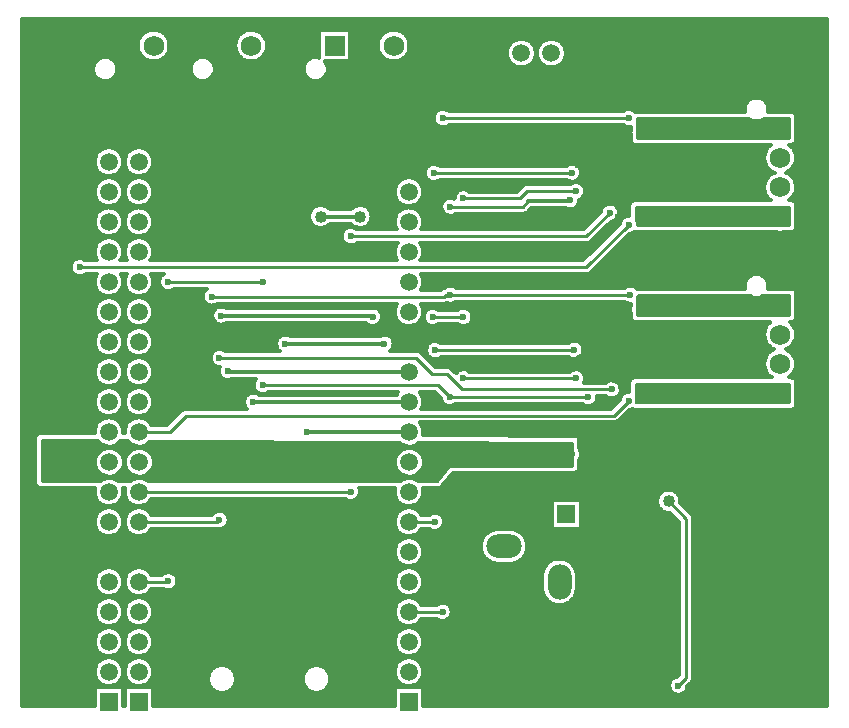
<source format=gbr>
G04 DipTrace 4.1.0.0*
G04 2 - Bottom.gbr*
%MOIN*%
G04 #@! TF.FileFunction,Copper,L2,Bot*
G04 #@! TF.Part,Single*
G04 #@! TA.AperFunction,CopperBalancing*
%ADD16C,0.01*%
%ADD17C,0.012*%
G04 #@! TA.AperFunction,Conductor*
%ADD18C,0.009*%
G04 #@! TA.AperFunction,ViaPad*
%ADD19C,0.04*%
G04 #@! TA.AperFunction,CopperBalancing*
%ADD24C,0.012008*%
G04 #@! TA.AperFunction,ComponentPad*
%ADD29R,0.059055X0.059055*%
%ADD30C,0.059055*%
%ADD31R,0.068898X0.068898*%
%ADD32C,0.068898*%
%ADD33O,0.11811X0.07874*%
%ADD34O,0.07874X0.11811*%
%ADD37C,0.2*%
G04 #@! TA.AperFunction,ViaPad*
%ADD51C,0.023622*%
%FSLAX26Y26*%
G04*
G70*
G90*
G75*
G01*
G04 Bottom*
%LPD*%
X2256516Y2116016D2*
D17*
X2253765Y2113265D1*
X2117765D1*
D16*
X2099016Y2094516D1*
X1857516D1*
X1855516Y1460016D2*
X2317266D1*
X1231516Y1499016D2*
X1816516D1*
X1855516Y1460016D1*
X1231516Y1843516D2*
X917266D1*
X2617016Y498016D2*
X2643016Y524016D1*
Y1054337D1*
X2585126Y1112227D1*
X1158745Y896245D2*
D17*
X1156516Y894016D1*
X2395016Y1485016D2*
D16*
X1896765D1*
X1844765Y1537016D1*
X1796016D1*
X1743016Y1590016D1*
X1087765D1*
Y1050265D2*
X1081516Y1044016D1*
X819016D1*
X2451937Y1447017D2*
D18*
X2403186Y1398266D1*
X975766D1*
X921516Y1344016D1*
X819016D1*
X1306516Y1637766D2*
D17*
X1637765D1*
X2270312Y1617210D2*
D18*
X2269118Y1616016D1*
X1806516D1*
Y1044016D2*
X1719016D1*
X1798016Y1726516D2*
X1901016D1*
Y1522016D2*
X2275600D1*
X1901016Y2122016D2*
X2090016D1*
X2114404Y2146404D1*
X2276378D1*
X1380206Y1343516D2*
D17*
X1719016D1*
Y1344016D1*
X1200266Y1444016D2*
X1719016D1*
X2263192Y2207761D2*
D18*
X2261946Y2206516D1*
X1803016D1*
X1831516Y744016D2*
X1719016D1*
X1115438Y1546948D2*
D17*
X1118370Y1544016D1*
X1719016D1*
X2388766Y2074265D2*
D18*
X2310765Y1996265D1*
X1525265D1*
Y1144016D2*
X819016D1*
X2451745Y2033745D2*
X2310265Y1892265D1*
X621516D1*
X1598740Y1726791D2*
D17*
X1594016Y1731516D1*
X1094016D1*
X1556516Y2061585D2*
X1425260D1*
X2453016Y2389516D2*
D18*
X1832016D1*
X1856516Y1801016D2*
X2457016D1*
X1856516D2*
D16*
X1843266D1*
X1837016Y1794765D1*
X1062765D1*
X917266Y845766D2*
X915516Y844016D1*
X819016D1*
D51*
X2256516Y2116016D3*
X1857516Y2094516D3*
X1855516Y1460016D3*
X2317266D3*
X1231516Y1499016D3*
X1855516Y1460016D3*
X1231516Y1843516D3*
X917266D3*
X2617016Y498016D3*
X1158745Y896245D3*
X1087765Y1590016D3*
Y1050265D3*
X2451937Y1447017D3*
X1306516Y1637766D3*
X1637765D3*
X2270312Y1617210D3*
X1806516Y1616016D3*
Y1044016D3*
X1798016Y1726516D3*
X1901016D3*
Y1522016D3*
X2275600D3*
X1901016Y2122016D3*
X2276378Y2146404D3*
X1901016Y1726516D3*
X1380206Y1343516D3*
X1200266Y1444016D3*
X2263192Y2207761D3*
X1803016Y2206516D3*
X1831516Y744016D3*
X1115438Y1546948D3*
X2388766Y2074265D3*
X1525265Y1996265D3*
Y1144016D3*
X2451745Y2033745D3*
X621516Y1892265D3*
X1598740Y1726791D3*
X1094016Y1731516D3*
D19*
X1556516Y2061585D3*
X1425260D3*
D51*
X2453016Y2389516D3*
X1832016D3*
X1856516Y1801016D3*
X2457016D3*
X1062765Y1794765D3*
X917266Y845766D3*
X1856516Y1801016D3*
X2485269Y1482171D3*
X2780177Y1827715D3*
X2395016Y1485016D3*
X2484016Y1447516D3*
X2747854Y1408550D3*
X2779350D3*
X2747854Y1373117D3*
X2779350D3*
X2485681Y1785715D3*
Y1752715D3*
X2509181Y1785715D3*
X2509681Y1752715D3*
X2748681Y1863148D3*
X2780177D3*
X2748681Y1827715D3*
D19*
X2585126Y1112227D3*
X2795694Y512059D3*
X2540068Y935605D3*
X2540251Y897500D3*
X2539484Y860476D3*
X2539885Y825319D3*
X2420451Y935814D3*
X2420634Y897709D3*
X2419867Y860685D3*
X2420268Y825528D3*
X2600946Y632399D3*
X2556919Y633986D3*
X2556031Y591203D3*
X2599337Y592434D3*
X2599068Y555420D3*
X2556253Y554627D3*
D51*
X2649976Y1826852D3*
X2652681Y1411715D3*
X2298681Y1746715D3*
D19*
X1947681Y1666715D3*
X1983681Y1665715D3*
X2021681D3*
D51*
X2300266Y2337766D3*
D19*
X2346093Y1165524D3*
X2346388Y1117136D3*
X2349339Y1074354D3*
X2756516Y469016D3*
X2272043Y600997D3*
X2273751Y566615D3*
X2275457Y527602D3*
X1947681Y1565715D3*
X1985681Y1564715D3*
X2023681Y1565715D3*
X1945713Y2257266D3*
X1981713Y2256266D3*
X2019713D3*
X1945713Y2156266D3*
X1983713Y2155266D3*
X2021713Y2156266D3*
X2831516Y1281516D3*
D51*
X2747854Y1999101D3*
X2779350D3*
X2747854Y1963668D3*
X2779350D3*
X2748681Y2453699D3*
X2780177D3*
X2748681Y2418266D3*
X2780177D3*
D19*
X1300265Y2150266D3*
X1337766Y2262765D3*
X981516Y594016D3*
Y875265D3*
X1569016D3*
X1594016Y594016D3*
X894016Y1094016D3*
D51*
X1637766Y1031516D3*
X2487224Y2073117D3*
X2509272Y2040833D3*
X2510059Y2072329D3*
X2486437Y2040833D3*
X2486181Y2376266D3*
X2487507Y2343266D3*
X2510681Y2376266D3*
X2510507Y2343266D3*
X1619016Y1150265D3*
D19*
X1269016Y1294016D3*
X519016Y1287766D3*
X575265Y1212766D3*
D51*
X869016Y2312766D3*
X1037766D3*
X1131516Y2212766D3*
X1075265Y2112766D3*
X1131516Y2012766D3*
D19*
X519016Y669016D3*
D51*
X2509016Y1482016D3*
X2508016Y1447516D3*
X2419469Y1457272D3*
X2289215Y1589613D3*
X2298592Y1646938D3*
X2436016Y1771516D3*
X2649429Y2001070D3*
Y2424298D3*
X2417010Y2059720D3*
X2288643Y2179654D3*
X2282785Y2232617D3*
X2436395Y2360517D3*
X2362028Y2148707D3*
Y2176266D3*
Y2203825D3*
Y2235322D3*
Y2262881D3*
X2421083Y2148707D3*
Y2176266D3*
Y2203825D3*
Y2235322D3*
Y2266818D3*
X2480138Y2148707D3*
Y2180203D3*
Y2239259D3*
Y2266818D3*
X2372041Y1568169D3*
Y1618281D3*
Y1662316D3*
X2421083Y1568169D3*
Y1618281D3*
Y1666253D3*
X2470125Y1568169D3*
X2457713Y1617211D3*
X2470125Y1666253D3*
X2479470Y1489106D2*
D17*
X2984749D1*
X2479470Y1477238D2*
X2984749D1*
X2479470Y1465369D2*
X2984749D1*
X2482482Y1453500D2*
X2984749D1*
X2478262Y1461196D2*
X2479517Y1458951D1*
X2481354Y1453155D1*
X2481988Y1447017D1*
X2481496Y1442110D1*
X2985949Y1442109D1*
Y1500978D1*
X2478264Y1500975D1*
X2478262Y1461196D1*
X2483407Y1784382D2*
X2984749D1*
X2483407Y1772513D2*
X2984749D1*
X2483407Y1760644D2*
X2984749D1*
X2483407Y1748776D2*
X2984749D1*
X2483407Y1736907D2*
X2984749D1*
X2899413Y1796251D2*
X2897694Y1795081D1*
X2892320Y1792499D1*
X2886622Y1790745D1*
X2880724Y1789861D1*
X2874762Y1789866D1*
X2868867Y1790760D1*
X2863171Y1792521D1*
X2857801Y1795113D1*
X2856133Y1796252D1*
X2486692Y1796251D1*
X2486470Y1795055D1*
X2484667Y1789248D1*
X2482199Y1784770D1*
X2482201Y1733445D1*
X2985946Y1733448D1*
X2985949Y1796253D1*
X2899602Y1796251D1*
X2479474Y2079646D2*
D24*
X2984745D1*
X2479474Y2067769D2*
X2984745D1*
X2479474Y2055892D2*
X2984745D1*
X2481198Y2044016D2*
X2984745D1*
X2478268Y2047596D2*
X2479337Y2045682D1*
X2481175Y2039885D1*
X2481808Y2033745D1*
X2481701Y2032668D1*
X2610256Y2032664D1*
X2985942D1*
X2985945Y2091520D1*
X2478270Y2091522D1*
X2478268Y2047596D1*
X2483411Y2374921D2*
X2984743D1*
X2483411Y2363045D2*
X2984743D1*
X2483411Y2351168D2*
X2984743D1*
X2483411Y2339291D2*
X2984743D1*
X2483411Y2327415D2*
X2984743D1*
X2902076Y2386795D2*
X2897699Y2383816D1*
X2892323Y2381234D1*
X2886622Y2379480D1*
X2880723Y2378596D1*
X2874760Y2378601D1*
X2868862Y2379495D1*
X2863165Y2381257D1*
X2857794Y2383850D1*
X2853479Y2386797D1*
X2482951Y2386798D1*
X2482482Y2383551D1*
X2482205Y2382661D1*
Y2324001D1*
X2985948Y2324003D1*
X2985945Y2386799D1*
X2902148Y2386798D1*
X497521Y1306647D2*
D16*
X689965D1*
X748067D2*
X789965D1*
X848067D2*
X1689965D1*
X1748067D2*
X2263010D1*
X497521Y1296778D2*
X2263010D1*
X497521Y1286909D2*
X699475D1*
X738556D2*
X799475D1*
X838556D2*
X1699475D1*
X1738556D2*
X2263010D1*
X497521Y1277041D2*
X684954D1*
X753077D2*
X784954D1*
X853077D2*
X1684954D1*
X1753077D2*
X2263010D1*
X497521Y1267172D2*
X677425D1*
X760606D2*
X777425D1*
X860606D2*
X1677425D1*
X1760606D2*
X2263010D1*
X497521Y1257303D2*
X673217D1*
X764815D2*
X773217D1*
X864815D2*
X1673217D1*
X1764815D2*
X2263010D1*
X497521Y1247434D2*
X671409D1*
X866622D2*
X1671409D1*
X1766622D2*
X2263010D1*
X497521Y1237566D2*
X671731D1*
X766301D2*
X771731D1*
X866301D2*
X1671731D1*
X1766301D2*
X2263010D1*
X497521Y1227697D2*
X674231D1*
X763801D2*
X774231D1*
X863801D2*
X1674231D1*
X1763801D2*
X1850042D1*
X497521Y1217828D2*
X679319D1*
X758713D2*
X779319D1*
X858713D2*
X1679319D1*
X1758713D2*
X1842054D1*
X497521Y1207959D2*
X688294D1*
X749738D2*
X788294D1*
X849738D2*
X1688294D1*
X1749738D2*
X1834066D1*
X497521Y1198091D2*
X709398D1*
X728634D2*
X809398D1*
X828634D2*
X1709398D1*
X1728634D2*
X1826067D1*
X497521Y1188222D2*
X702874D1*
X735157D2*
X802874D1*
X835157D2*
X1702874D1*
X1735157D2*
X1818079D1*
X788156Y1179016D2*
X790178Y1180783D1*
X794251Y1183640D1*
X798602Y1186049D1*
X803186Y1187980D1*
X807949Y1189413D1*
X812837Y1190333D1*
X817795Y1190727D1*
X822768Y1190592D1*
X827697Y1189929D1*
X832529Y1188747D1*
X837206Y1187058D1*
X841678Y1184879D1*
X845894Y1182239D1*
X849804Y1179165D1*
X849961Y1179013D1*
X1081525Y1179016D1*
X1615134D1*
X1618953Y1179276D1*
X1622008Y1179016D1*
X1688054D1*
X1690178Y1180783D1*
X1694251Y1183640D1*
X1698602Y1186049D1*
X1703186Y1187980D1*
X1707949Y1189413D1*
X1712837Y1190333D1*
X1717795Y1190727D1*
X1722768Y1190592D1*
X1727697Y1189929D1*
X1732529Y1188747D1*
X1737206Y1187058D1*
X1741678Y1184879D1*
X1745894Y1182239D1*
X1749804Y1179165D1*
X1749961Y1179013D1*
X1811630Y1179016D1*
X1852630Y1229661D1*
X1854698Y1231173D1*
X1861442Y1231501D1*
X2264013Y1230281D1*
X2264016Y1307787D1*
X2218999Y1308013D1*
X1751382Y1310314D1*
X1749769Y1308835D1*
X1745854Y1305765D1*
X1741636Y1303129D1*
X1737163Y1300955D1*
X1732483Y1299270D1*
X1727651Y1298093D1*
X1722720Y1297436D1*
X1717748Y1297306D1*
X1712790Y1297705D1*
X1707903Y1298629D1*
X1703142Y1300067D1*
X1698560Y1302004D1*
X1694210Y1304416D1*
X1690142Y1307277D1*
X1686400Y1310554D1*
X1686324Y1310636D1*
X855427Y1314724D1*
X853333Y1312302D1*
X849769Y1308835D1*
X845854Y1305765D1*
X841636Y1303129D1*
X837163Y1300955D1*
X832483Y1299270D1*
X827651Y1298093D1*
X822720Y1297436D1*
X817748Y1297306D1*
X812790Y1297705D1*
X807903Y1298629D1*
X803142Y1300067D1*
X798560Y1302004D1*
X794210Y1304416D1*
X790142Y1307277D1*
X786400Y1310554D1*
X783028Y1314210D1*
X782383Y1315080D1*
X755808Y1315215D1*
X753333Y1312302D1*
X749769Y1308835D1*
X745854Y1305765D1*
X741636Y1303129D1*
X737163Y1300955D1*
X732483Y1299270D1*
X727651Y1298093D1*
X722720Y1297436D1*
X717748Y1297306D1*
X712790Y1297705D1*
X707903Y1298629D1*
X703142Y1300067D1*
X698560Y1302004D1*
X694210Y1304416D1*
X690142Y1307277D1*
X686400Y1310554D1*
X683028Y1314210D1*
X682012Y1315580D1*
X496514Y1316491D1*
X496516Y1179016D1*
X688054D1*
X690178Y1180783D1*
X694251Y1183640D1*
X698602Y1186049D1*
X703186Y1187980D1*
X707949Y1189413D1*
X712837Y1190333D1*
X717795Y1190727D1*
X722768Y1190592D1*
X727697Y1189929D1*
X732529Y1188747D1*
X737206Y1187058D1*
X741678Y1184879D1*
X745894Y1182239D1*
X749804Y1179165D1*
X749961Y1179013D1*
X788054Y1179016D1*
X865476Y1239025D2*
X864682Y1234115D1*
X863371Y1229318D1*
X861558Y1224686D1*
X859262Y1220273D1*
X856510Y1216130D1*
X853333Y1212302D1*
X849769Y1208835D1*
X845854Y1205765D1*
X841636Y1203129D1*
X837163Y1200955D1*
X832483Y1199270D1*
X827651Y1198093D1*
X822720Y1197436D1*
X817748Y1197306D1*
X812790Y1197705D1*
X807903Y1198629D1*
X803142Y1200067D1*
X798560Y1202004D1*
X794210Y1204416D1*
X790142Y1207277D1*
X786400Y1210554D1*
X783028Y1214210D1*
X780064Y1218205D1*
X777541Y1222491D1*
X775488Y1227021D1*
X773928Y1231744D1*
X772879Y1236606D1*
X772353Y1241552D1*
X772356Y1246526D1*
X772887Y1251472D1*
X773941Y1256333D1*
X775505Y1261054D1*
X777563Y1265583D1*
X780091Y1269866D1*
X783059Y1273858D1*
X786434Y1277510D1*
X790178Y1280783D1*
X794251Y1283640D1*
X798602Y1286049D1*
X803186Y1287980D1*
X807949Y1289413D1*
X812837Y1290333D1*
X817795Y1290727D1*
X822768Y1290592D1*
X827697Y1289929D1*
X832529Y1288747D1*
X837206Y1287058D1*
X841678Y1284879D1*
X845894Y1282239D1*
X849804Y1279165D1*
X853366Y1275694D1*
X856538Y1271864D1*
X859286Y1267718D1*
X861577Y1263303D1*
X863386Y1258669D1*
X864693Y1253870D1*
X865482Y1248959D1*
X865743Y1244016D1*
X865476Y1239025D1*
X765476D2*
X764682Y1234115D1*
X763371Y1229318D1*
X761558Y1224686D1*
X759262Y1220273D1*
X756510Y1216130D1*
X753333Y1212302D1*
X749769Y1208835D1*
X745854Y1205765D1*
X741636Y1203129D1*
X737163Y1200955D1*
X732483Y1199270D1*
X727651Y1198093D1*
X722720Y1197436D1*
X717748Y1197306D1*
X712790Y1197705D1*
X707903Y1198629D1*
X703142Y1200067D1*
X698560Y1202004D1*
X694210Y1204416D1*
X690142Y1207277D1*
X686400Y1210554D1*
X683028Y1214210D1*
X680064Y1218205D1*
X677541Y1222491D1*
X675488Y1227021D1*
X673928Y1231744D1*
X672879Y1236606D1*
X672353Y1241552D1*
X672356Y1246526D1*
X672887Y1251472D1*
X673941Y1256333D1*
X675505Y1261054D1*
X677563Y1265583D1*
X680091Y1269866D1*
X683059Y1273858D1*
X686434Y1277510D1*
X690178Y1280783D1*
X694251Y1283640D1*
X698602Y1286049D1*
X703186Y1287980D1*
X707949Y1289413D1*
X712837Y1290333D1*
X717795Y1290727D1*
X722768Y1290592D1*
X727697Y1289929D1*
X732529Y1288747D1*
X737206Y1287058D1*
X741678Y1284879D1*
X745894Y1282239D1*
X749804Y1279165D1*
X753366Y1275694D1*
X756538Y1271864D1*
X759286Y1267718D1*
X761577Y1263303D1*
X763386Y1258669D1*
X764693Y1253870D1*
X765482Y1248959D1*
X765743Y1244016D1*
X765476Y1239025D1*
X1765476D2*
X1764682Y1234115D1*
X1763371Y1229318D1*
X1761558Y1224686D1*
X1759262Y1220273D1*
X1756510Y1216130D1*
X1753333Y1212302D1*
X1749769Y1208835D1*
X1745854Y1205765D1*
X1741636Y1203129D1*
X1737163Y1200955D1*
X1732483Y1199270D1*
X1727651Y1198093D1*
X1722720Y1197436D1*
X1717748Y1197306D1*
X1712790Y1197705D1*
X1707903Y1198629D1*
X1703142Y1200067D1*
X1698560Y1202004D1*
X1694210Y1204416D1*
X1690142Y1207277D1*
X1686400Y1210554D1*
X1683028Y1214210D1*
X1680064Y1218205D1*
X1677541Y1222491D1*
X1675488Y1227021D1*
X1673928Y1231744D1*
X1672879Y1236606D1*
X1672353Y1241552D1*
X1672356Y1246526D1*
X1672887Y1251472D1*
X1673941Y1256333D1*
X1675505Y1261054D1*
X1677563Y1265583D1*
X1680091Y1269866D1*
X1683059Y1273858D1*
X1686434Y1277510D1*
X1690178Y1280783D1*
X1694251Y1283640D1*
X1698602Y1286049D1*
X1703186Y1287980D1*
X1707949Y1289413D1*
X1712837Y1290333D1*
X1717795Y1290727D1*
X1722768Y1290592D1*
X1727697Y1289929D1*
X1732529Y1288747D1*
X1737206Y1287058D1*
X1741678Y1284879D1*
X1745894Y1282239D1*
X1749804Y1279165D1*
X1753366Y1275694D1*
X1756538Y1271864D1*
X1759286Y1267718D1*
X1761577Y1263303D1*
X1763386Y1258669D1*
X1764693Y1253870D1*
X1765482Y1248959D1*
X1765743Y1244016D1*
X1765476Y1239025D1*
X431522Y2708824D2*
D17*
X3113197D1*
X431522Y2696955D2*
X3113197D1*
X431510Y2685087D2*
X3113197D1*
X431510Y2673218D2*
X834825D1*
X901633D2*
X1159822D1*
X1226629D2*
X1417493D1*
X1525269D2*
X1634829D1*
X1701636D2*
X3113197D1*
X431510Y2661349D2*
X823600D1*
X912858D2*
X1148596D1*
X1237854D2*
X1417493D1*
X1525269D2*
X1623604D1*
X1712862D2*
X3113197D1*
X431499Y2649480D2*
X817493D1*
X918965D2*
X1142501D1*
X1243961D2*
X1417493D1*
X1525269D2*
X1617497D1*
X1718957D2*
X2073005D1*
X2115026D2*
X2173001D1*
X2215034D2*
X3113197D1*
X431499Y2637612D2*
X814693D1*
X921765D2*
X1139689D1*
X1246761D2*
X1417493D1*
X1525269D2*
X1614697D1*
X1721769D2*
X2056986D1*
X2131046D2*
X2156993D1*
X2231042D2*
X3113197D1*
X431499Y2625743D2*
X814657D1*
X921801D2*
X1139654D1*
X1246797D2*
X1417493D1*
X1525269D2*
X1614661D1*
X1721804D2*
X2049310D1*
X2138722D2*
X2149306D1*
X2238718D2*
X3113197D1*
X431487Y2613874D2*
X817377D1*
X919081D2*
X1142385D1*
X1244077D2*
X1417493D1*
X1525269D2*
X1617381D1*
X1719073D2*
X2045701D1*
X2242327D2*
X3113197D1*
X431487Y2602005D2*
X823377D1*
X913081D2*
X1148385D1*
X1238077D2*
X1417493D1*
X1525269D2*
X1623381D1*
X1713073D2*
X2045220D1*
X2242819D2*
X3113197D1*
X431487Y2590136D2*
X691622D1*
X721995D2*
X834416D1*
X902042D2*
X1016618D1*
X1047003D2*
X1159412D1*
X1227050D2*
X1393201D1*
X1525269D2*
X1634408D1*
X1702046D2*
X2047764D1*
X2140269D2*
X2147760D1*
X2240265D2*
X3113197D1*
X431476Y2578268D2*
X674924D1*
X738694D2*
X999920D1*
X1063702D2*
X1376501D1*
X1440273D2*
X2053940D1*
X2134093D2*
X2153936D1*
X2234101D2*
X3113197D1*
X431476Y2566399D2*
X668114D1*
X745503D2*
X993110D1*
X1070510D2*
X1369693D1*
X1447081D2*
X2066126D1*
X2121906D2*
X2166122D1*
X2221902D2*
X3113197D1*
X431476Y2554530D2*
X665760D1*
X747870D2*
X990756D1*
X1072866D2*
X1367325D1*
X1449437D2*
X3113197D1*
X431465Y2542661D2*
X667025D1*
X746605D2*
X992021D1*
X1071601D2*
X1368592D1*
X1448171D2*
X3113197D1*
X431465Y2530793D2*
X672322D1*
X741297D2*
X997318D1*
X1066304D2*
X1373900D1*
X1442874D2*
X3113197D1*
X431465Y2518924D2*
X684497D1*
X729121D2*
X1009505D1*
X1054117D2*
X1386076D1*
X1430698D2*
X3113197D1*
X431453Y2507055D2*
X3113197D1*
X431453Y2495186D2*
X3113197D1*
X431453Y2483318D2*
X3113197D1*
X431441Y2471449D2*
X3113197D1*
X431441Y2459580D2*
X3113197D1*
X431441Y2447711D2*
X2849525D1*
X2906030D2*
X3113197D1*
X431429Y2435843D2*
X2840701D1*
X2914854D2*
X3113197D1*
X431429Y2423974D2*
X2837080D1*
X2918476D2*
X3113197D1*
X431429Y2412105D2*
X1810997D1*
X2474030D2*
X2837185D1*
X2918370D2*
X3113197D1*
X431417Y2400236D2*
X1802748D1*
X3010409D2*
X3113197D1*
X431417Y2388367D2*
X1800790D1*
X3011394D2*
X3113197D1*
X431406Y2376499D2*
X1803732D1*
X3011394D2*
X3113197D1*
X431406Y2364630D2*
X1813974D1*
X1850066D2*
X2434974D1*
X3011394D2*
X3113197D1*
X431406Y2352761D2*
X2456760D1*
X3011394D2*
X3113197D1*
X431394Y2340892D2*
X2456349D1*
X3011394D2*
X3113197D1*
X431394Y2329024D2*
X2456760D1*
X3011394D2*
X3113197D1*
X431394Y2317155D2*
X2456782D1*
X3011370D2*
X3113197D1*
X431382Y2305286D2*
X2461916D1*
X3010409D2*
X3113197D1*
X431382Y2293417D2*
X2917260D1*
X2995773D2*
X3113197D1*
X431382Y2281549D2*
X688272D1*
X749757D2*
X788268D1*
X849765D2*
X2908705D1*
X3004327D2*
X3113197D1*
X431370Y2269680D2*
X677525D1*
X760503D2*
X777533D1*
X860499D2*
X2904181D1*
X3008850D2*
X3113197D1*
X431370Y2257811D2*
X672088D1*
X765953D2*
X772084D1*
X865949D2*
X2902634D1*
X3010398D2*
X3113197D1*
X431370Y2245942D2*
X670084D1*
X867941D2*
X2903794D1*
X3009238D2*
X3113197D1*
X431358Y2234073D2*
X671092D1*
X866933D2*
X1789833D1*
X1816198D2*
X2247474D1*
X2278913D2*
X2907861D1*
X3005171D2*
X3113197D1*
X431358Y2222205D2*
X675322D1*
X762718D2*
X775318D1*
X862714D2*
X1776181D1*
X2290749D2*
X2915724D1*
X2997308D2*
X3113197D1*
X431358Y2210336D2*
X683946D1*
X754093D2*
X783944D1*
X854089D2*
X1772009D1*
X2294335D2*
X2930806D1*
X2982226D2*
X3113197D1*
X431346Y2198467D2*
X703424D1*
X734605D2*
X803432D1*
X834601D2*
X1772865D1*
X2292965D2*
X2920928D1*
X2992105D2*
X3113197D1*
X431346Y2186598D2*
X696169D1*
X741858D2*
X796177D1*
X841854D2*
X1696177D1*
X1741854D2*
X1779310D1*
X2285722D2*
X2910709D1*
X3002323D2*
X3113197D1*
X431346Y2174730D2*
X681228D1*
X756801D2*
X781236D1*
X856797D2*
X1681236D1*
X1756797D2*
X2265146D1*
X2287621D2*
X2905177D1*
X3007854D2*
X3113197D1*
X431335Y2162861D2*
X673928D1*
X764113D2*
X773924D1*
X864109D2*
X1673924D1*
X1764109D2*
X2097509D1*
X2302726D2*
X2902798D1*
X3010234D2*
X3113197D1*
X431335Y2150992D2*
X670564D1*
X867472D2*
X1670560D1*
X1767472D2*
X1891857D1*
X1910182D2*
X2085638D1*
X2307273D2*
X2903173D1*
X3009858D2*
X3113197D1*
X431335Y2139123D2*
X670294D1*
X867730D2*
X1670302D1*
X1767730D2*
X1875110D1*
X2306734D2*
X2906337D1*
X3006694D2*
X3113197D1*
X431323Y2127255D2*
X673084D1*
X764945D2*
X773080D1*
X864941D2*
X1673080D1*
X1764941D2*
X1870224D1*
X2300734D2*
X2912924D1*
X3000109D2*
X3113197D1*
X431323Y2115386D2*
X679576D1*
X758453D2*
X779584D1*
X858449D2*
X1679584D1*
X1758449D2*
X1834693D1*
X2287761D2*
X2467353D1*
X2996850D2*
X3113197D1*
X431323Y2103517D2*
X692490D1*
X745550D2*
X792486D1*
X845546D2*
X1692486D1*
X1745546D2*
X1827650D1*
X2285042D2*
X2380681D1*
X2396850D2*
X2453841D1*
X3010374D2*
X3113197D1*
X431311Y2091648D2*
X714228D1*
X723801D2*
X814224D1*
X823808D2*
X1400432D1*
X1450093D2*
X1531681D1*
X1581343D2*
X1714224D1*
X1723808D2*
X1826396D1*
X2275304D2*
X2363056D1*
X2414476D2*
X2452822D1*
X3011394D2*
X3113197D1*
X431311Y2079780D2*
X686150D1*
X751878D2*
X786146D1*
X851886D2*
X1390424D1*
X1591350D2*
X1686146D1*
X1751886D2*
X1830122D1*
X2118343D2*
X2358029D1*
X2419503D2*
X2452822D1*
X3011394D2*
X3113197D1*
X431301Y2067911D2*
X676458D1*
X761581D2*
X776454D1*
X861577D2*
X1386345D1*
X1595429D2*
X1676454D1*
X1761577D2*
X1842345D1*
X1872682D2*
X2349052D1*
X2419339D2*
X2452822D1*
X3011394D2*
X3113197D1*
X431301Y2056042D2*
X671584D1*
X866441D2*
X1386228D1*
X1595546D2*
X1671592D1*
X1766441D2*
X2337181D1*
X2413866D2*
X2430392D1*
X3011394D2*
X3113197D1*
X431301Y2044173D2*
X670049D1*
X867987D2*
X1390013D1*
X1591761D2*
X1670045D1*
X1767987D2*
X2325310D1*
X2392034D2*
X2422365D1*
X3011394D2*
X3113197D1*
X431289Y2032304D2*
X671501D1*
X866522D2*
X1399470D1*
X1451054D2*
X1530720D1*
X1582315D2*
X1671509D1*
X1766522D2*
X2313450D1*
X2380163D2*
X2416950D1*
X3011394D2*
X3113197D1*
X431289Y2020436D2*
X676272D1*
X761757D2*
X776278D1*
X861753D2*
X1506205D1*
X1544323D2*
X1676278D1*
X1761753D2*
X2301580D1*
X2368293D2*
X2405080D1*
X3010293D2*
X3113197D1*
X431289Y2008567D2*
X685798D1*
X752230D2*
X785794D1*
X852238D2*
X1496642D1*
X2356421D2*
X2393209D1*
X2995457D2*
X3113197D1*
X431277Y1996698D2*
X711276D1*
X726753D2*
X811272D1*
X826761D2*
X1494017D1*
X2344562D2*
X2381337D1*
X2448062D2*
X3113197D1*
X431277Y1984829D2*
X692993D1*
X745034D2*
X793001D1*
X845030D2*
X1496278D1*
X2332690D2*
X2369466D1*
X2436190D2*
X3113197D1*
X431277Y1972961D2*
X679822D1*
X758218D2*
X779818D1*
X858214D2*
X1505092D1*
X1545437D2*
X1679818D1*
X1758214D2*
X2357608D1*
X2424319D2*
X3113197D1*
X431265Y1961092D2*
X673201D1*
X764827D2*
X773209D1*
X864823D2*
X1673209D1*
X1764823D2*
X2345736D1*
X2412449D2*
X3113197D1*
X431265Y1949223D2*
X670329D1*
X867694D2*
X1670337D1*
X1767694D2*
X2333865D1*
X2400577D2*
X3113197D1*
X431265Y1937354D2*
X670517D1*
X867518D2*
X1670513D1*
X1767518D2*
X2321993D1*
X2388718D2*
X3113197D1*
X431253Y1925486D2*
X673786D1*
X764241D2*
X773794D1*
X864238D2*
X1673794D1*
X1764238D2*
X2310122D1*
X2376846D2*
X3113197D1*
X431253Y1913617D2*
X599173D1*
X2364976D2*
X3113197D1*
X431253Y1901748D2*
X591802D1*
X2353105D2*
X3113197D1*
X431241Y1889879D2*
X590361D1*
X2341234D2*
X3113197D1*
X431241Y1878010D2*
X593865D1*
X2329374D2*
X3113197D1*
X431241Y1866142D2*
X605466D1*
X637573D2*
X675486D1*
X762554D2*
X775482D1*
X862550D2*
X896290D1*
X1762550D2*
X2860470D1*
X2895085D2*
X3113197D1*
X431230Y1854273D2*
X671161D1*
X866874D2*
X888005D1*
X1766874D2*
X2845189D1*
X2910354D2*
X3113197D1*
X431230Y1842404D2*
X670072D1*
X867953D2*
X886037D1*
X1767953D2*
X2838778D1*
X2916777D2*
X3113197D1*
X431230Y1830535D2*
X671993D1*
X866042D2*
X888966D1*
X1766042D2*
X1849693D1*
X1863343D2*
X2450185D1*
X2463846D2*
X2836693D1*
X2918862D2*
X3113197D1*
X431218Y1818667D2*
X677325D1*
X760702D2*
X777333D1*
X860698D2*
X899161D1*
X935370D2*
X1043349D1*
X1760698D2*
X1826946D1*
X3010409D2*
X3113197D1*
X431218Y1806798D2*
X687873D1*
X750155D2*
X787869D1*
X850163D2*
X1034033D1*
X3010808D2*
X3113197D1*
X431218Y1794929D2*
X1031513D1*
X3011394D2*
X3113197D1*
X431206Y1783060D2*
X690298D1*
X747730D2*
X790294D1*
X847738D2*
X1033892D1*
X3011394D2*
X3113197D1*
X431206Y1771192D2*
X678533D1*
X759495D2*
X778529D1*
X859503D2*
X1042928D1*
X1082605D2*
X1678529D1*
X1759503D2*
X1851626D1*
X1861398D2*
X2452130D1*
X3011394D2*
X3113197D1*
X431194Y1759323D2*
X672568D1*
X765461D2*
X772564D1*
X865469D2*
X1081424D1*
X1106605D2*
X1672564D1*
X1765469D2*
X2455165D1*
X3011394D2*
X3113197D1*
X431194Y1747454D2*
X670177D1*
X867858D2*
X1067337D1*
X1621761D2*
X1670173D1*
X1767858D2*
X1775256D1*
X1923777D2*
X2454896D1*
X3011394D2*
X3113197D1*
X431194Y1735585D2*
X670798D1*
X867238D2*
X1063037D1*
X1628675D2*
X1670794D1*
X1930866D2*
X2456760D1*
X3011394D2*
X3113197D1*
X431182Y1723717D2*
X674572D1*
X763457D2*
X774580D1*
X863453D2*
X1063798D1*
X1629835D2*
X1674580D1*
X1932133D2*
X2457146D1*
X3011007D2*
X3113197D1*
X431182Y1711848D2*
X682505D1*
X755522D2*
X782501D1*
X855530D2*
X1070092D1*
X1626014D2*
X1682501D1*
X1755530D2*
X1770592D1*
X1928441D2*
X2465549D1*
X3002605D2*
X3113197D1*
X431182Y1699979D2*
X699310D1*
X738718D2*
X799306D1*
X838726D2*
X1583970D1*
X1613510D2*
X1699306D1*
X1738726D2*
X1782709D1*
X1813315D2*
X1885717D1*
X1916323D2*
X2913264D1*
X2999769D2*
X3113197D1*
X431171Y1688110D2*
X699450D1*
X738589D2*
X799446D1*
X838585D2*
X2906525D1*
X3006507D2*
X3113197D1*
X431171Y1676241D2*
X682552D1*
X755476D2*
X782560D1*
X855472D2*
X2903244D1*
X3009789D2*
X3113197D1*
X431171Y1664373D2*
X674608D1*
X763433D2*
X774604D1*
X863429D2*
X1291341D1*
X1321690D2*
X1622596D1*
X1652933D2*
X2902764D1*
X3010269D2*
X3113197D1*
X431159Y1652504D2*
X670810D1*
X867226D2*
X1279130D1*
X1665155D2*
X2905025D1*
X3008007D2*
X3113197D1*
X431159Y1640635D2*
X670165D1*
X867858D2*
X1275404D1*
X1668882D2*
X1788088D1*
X1824953D2*
X2250286D1*
X2290339D2*
X2910428D1*
X3002605D2*
X3113197D1*
X431159Y1628766D2*
X672545D1*
X765483D2*
X772552D1*
X865479D2*
X1276646D1*
X1667640D2*
X1778104D1*
X2299257D2*
X2920400D1*
X2992633D2*
X3113197D1*
X431147Y1616898D2*
X678497D1*
X759542D2*
X778493D1*
X859538D2*
X1073138D1*
X1102398D2*
X1283689D1*
X1660585D2*
X1775278D1*
X2301566D2*
X2931685D1*
X2981346D2*
X3113197D1*
X431147Y1605029D2*
X690217D1*
X747811D2*
X790213D1*
X847819D2*
X1060529D1*
X1762070D2*
X1777341D1*
X2298987D2*
X2916134D1*
X2996898D2*
X3113197D1*
X431147Y1593160D2*
X1056673D1*
X1773941D2*
X1785802D1*
X1827226D2*
X2251096D1*
X2289530D2*
X2908084D1*
X3004949D2*
X3113197D1*
X431136Y1581291D2*
X687944D1*
X750085D2*
X787940D1*
X850081D2*
X1057810D1*
X1785811D2*
X2903900D1*
X3009133D2*
X3113197D1*
X431136Y1569423D2*
X677361D1*
X760667D2*
X777369D1*
X860663D2*
X1064677D1*
X1797671D2*
X2902622D1*
X3010398D2*
X3113197D1*
X431136Y1557554D2*
X672005D1*
X866030D2*
X1086122D1*
X1856839D2*
X2904076D1*
X3008957D2*
X3113197D1*
X431125Y1545685D2*
X670072D1*
X867953D2*
X1084213D1*
X1870163D2*
X1881298D1*
X1920730D2*
X2255888D1*
X2295319D2*
X2908470D1*
X3004562D2*
X3113197D1*
X431125Y1533816D2*
X671150D1*
X866886D2*
X1087213D1*
X2304437D2*
X2916825D1*
X2996194D2*
X3113197D1*
X431125Y1521948D2*
X675450D1*
X762577D2*
X775446D1*
X862585D2*
X1097560D1*
X2306850D2*
X2460650D1*
X3003566D2*
X3113197D1*
X431113Y1510079D2*
X684205D1*
X753835D2*
X784201D1*
X853831D2*
X1202373D1*
X2304378D2*
X2377236D1*
X2412801D2*
X2453092D1*
X3011125D2*
X3113197D1*
X431113Y1498210D2*
X704268D1*
X733761D2*
X804264D1*
X833769D2*
X1200276D1*
X2423218D2*
X2452822D1*
X3011394D2*
X3113197D1*
X431113Y1486341D2*
X695677D1*
X742362D2*
X795673D1*
X842358D2*
X1203064D1*
X2426241D2*
X2452822D1*
X3011394D2*
X3113197D1*
X431101Y1474472D2*
X681017D1*
X757010D2*
X781013D1*
X857018D2*
X1212978D1*
X1250054D2*
X1681013D1*
X1757018D2*
X1806990D1*
X2424354D2*
X2438525D1*
X3011394D2*
X3113197D1*
X431101Y1462604D2*
X673810D1*
X764218D2*
X773818D1*
X864214D2*
X1175454D1*
X1764214D2*
X1818861D1*
X2416234D2*
X2425049D1*
X3011394D2*
X3113197D1*
X431089Y1450735D2*
X670529D1*
X867507D2*
X1169772D1*
X1767507D2*
X1825728D1*
X2347046D2*
X2420912D1*
X3011394D2*
X3113197D1*
X431089Y1438866D2*
X670329D1*
X867706D2*
X1169454D1*
X1767706D2*
X1832970D1*
X2339815D2*
X2410424D1*
X3011394D2*
X3113197D1*
X431089Y1426997D2*
X673177D1*
X764850D2*
X773185D1*
X864846D2*
X1174294D1*
X1764846D2*
X2398552D1*
X3008945D2*
X3113197D1*
X431077Y1415129D2*
X679776D1*
X758253D2*
X779772D1*
X858261D2*
X959314D1*
X2453406D2*
X3113197D1*
X431077Y1403260D2*
X692900D1*
X745129D2*
X792908D1*
X845125D2*
X947396D1*
X2441534D2*
X3113197D1*
X431077Y1391391D2*
X711709D1*
X726319D2*
X811705D1*
X826327D2*
X935537D1*
X2429675D2*
X3113197D1*
X431066Y1379522D2*
X685857D1*
X752171D2*
X785865D1*
X852167D2*
X923665D1*
X2417265D2*
X3113197D1*
X431066Y1367654D2*
X676306D1*
X761722D2*
X776302D1*
X861730D2*
X911794D1*
X1761730D2*
X3113197D1*
X431066Y1355785D2*
X671525D1*
X1766510D2*
X3113197D1*
X431054Y1343916D2*
X670049D1*
X1767987D2*
X3113197D1*
X431054Y1332047D2*
X475424D1*
X2058823D2*
X3113197D1*
X431054Y1320178D2*
X472072D1*
X2286882D2*
X3113197D1*
X431042Y1308310D2*
X472072D1*
X2288453D2*
X3113197D1*
X431042Y1296441D2*
X472072D1*
X2288453D2*
X3113197D1*
X431042Y1284572D2*
X472072D1*
X2290374D2*
X3113197D1*
X431030Y1272703D2*
X472072D1*
X2292835D2*
X3113197D1*
X431030Y1260835D2*
X472072D1*
X2292273D2*
X3113197D1*
X431030Y1248966D2*
X472072D1*
X2288570D2*
X3113197D1*
X431018Y1237097D2*
X472072D1*
X2288453D2*
X3113197D1*
X431018Y1225228D2*
X472072D1*
X2288453D2*
X3113197D1*
X431018Y1213360D2*
X472072D1*
X2284034D2*
X3113197D1*
X431007Y1201491D2*
X472072D1*
X1860929D2*
X3113197D1*
X431007Y1189622D2*
X472072D1*
X1851319D2*
X3113197D1*
X431007Y1177753D2*
X472072D1*
X1841710D2*
X3113197D1*
X430995Y1165885D2*
X473993D1*
X1832101D2*
X3113197D1*
X430995Y1154016D2*
X671104D1*
X1554801D2*
X1671110D1*
X1766921D2*
X3113197D1*
X430983Y1142147D2*
X670084D1*
X1556453D2*
X1670080D1*
X1767953D2*
X2560108D1*
X2610143D2*
X3113197D1*
X430983Y1130278D2*
X672064D1*
X765965D2*
X772072D1*
X1553194D2*
X1672072D1*
X1765961D2*
X2550217D1*
X2620034D2*
X3113197D1*
X430983Y1118409D2*
X677490D1*
X760538D2*
X777486D1*
X860534D2*
X1508337D1*
X1542190D2*
X1677486D1*
X1760534D2*
X2546185D1*
X2624066D2*
X3113197D1*
X430972Y1106541D2*
X688201D1*
X749839D2*
X788197D1*
X849835D2*
X1688197D1*
X1749835D2*
X2195045D1*
X2292987D2*
X2546114D1*
X2624874D2*
X3113197D1*
X430972Y1094672D2*
X2195045D1*
X2292987D2*
X2549958D1*
X2636745D2*
X3113197D1*
X430972Y1082803D2*
X689936D1*
X748093D2*
X789932D1*
X848101D2*
X1689932D1*
X1748101D2*
X2195045D1*
X2292987D2*
X2559497D1*
X2648617D2*
X3113197D1*
X430961Y1070934D2*
X678357D1*
X759671D2*
X778353D1*
X859678D2*
X1064748D1*
X1110777D2*
X1678353D1*
X1759678D2*
X1791954D1*
X1821073D2*
X2195045D1*
X2292987D2*
X2592357D1*
X2660487D2*
X3113197D1*
X430961Y1059066D2*
X672486D1*
X765554D2*
X772482D1*
X1117702D2*
X1672482D1*
X1833730D2*
X2195045D1*
X2292987D2*
X2604217D1*
X2666969D2*
X3113197D1*
X430961Y1047197D2*
X670154D1*
X1118862D2*
X1670150D1*
X1837597D2*
X2195045D1*
X2292987D2*
X2616088D1*
X2667461D2*
X3113197D1*
X430949Y1035328D2*
X670845D1*
X1115042D2*
X1670841D1*
X1836483D2*
X2195045D1*
X2292987D2*
X2618572D1*
X2667461D2*
X3113197D1*
X430949Y1023459D2*
X674701D1*
X763339D2*
X774697D1*
X1102550D2*
X1674697D1*
X1829640D2*
X2195045D1*
X2292987D2*
X2618572D1*
X2667461D2*
X3113197D1*
X430949Y1011591D2*
X682740D1*
X755289D2*
X782736D1*
X855297D2*
X1682736D1*
X1755297D2*
X1985924D1*
X2086761D2*
X2618572D1*
X2667461D2*
X3113197D1*
X430937Y999722D2*
X699932D1*
X738097D2*
X799940D1*
X838093D2*
X1699940D1*
X1738093D2*
X1971802D1*
X2100870D2*
X2618572D1*
X2667461D2*
X3113197D1*
X430937Y987853D2*
X1698837D1*
X1739194D2*
X1963904D1*
X2108769D2*
X2618572D1*
X2667461D2*
X3113197D1*
X430937Y975984D2*
X1682325D1*
X1755706D2*
X1959533D1*
X2113140D2*
X2618572D1*
X2667461D2*
X3113197D1*
X430925Y964115D2*
X1674486D1*
X1763546D2*
X1957881D1*
X2114804D2*
X2618572D1*
X2667461D2*
X3113197D1*
X430925Y952247D2*
X1670760D1*
X1767273D2*
X1958701D1*
X2113983D2*
X2618572D1*
X2667461D2*
X3113197D1*
X430925Y940378D2*
X1670185D1*
X1767846D2*
X1962110D1*
X2110573D2*
X2618572D1*
X2667461D2*
X3113197D1*
X430913Y928509D2*
X1672634D1*
X1765398D2*
X1968673D1*
X2104010D2*
X2618572D1*
X2667461D2*
X3113197D1*
X430913Y916640D2*
X1678669D1*
X1759362D2*
X1980100D1*
X2092573D2*
X2197458D1*
X2245304D2*
X2618572D1*
X2667461D2*
X3113197D1*
X430913Y904772D2*
X1690588D1*
X1747445D2*
X2010029D1*
X2062643D2*
X2179776D1*
X2262976D2*
X2618572D1*
X2667461D2*
X3113197D1*
X430902Y892903D2*
X2170517D1*
X2272234D2*
X2618572D1*
X2667461D2*
X3113197D1*
X430902Y881034D2*
X687626D1*
X750402D2*
X787622D1*
X850409D2*
X1687622D1*
X1750409D2*
X2165232D1*
X2277518D2*
X2618572D1*
X2667461D2*
X3113197D1*
X430902Y869165D2*
X677209D1*
X760831D2*
X777205D1*
X860827D2*
X897205D1*
X937327D2*
X1677205D1*
X1760827D2*
X2162829D1*
X2279933D2*
X2618572D1*
X2667461D2*
X3113197D1*
X430890Y857297D2*
X671936D1*
X946222D2*
X1671932D1*
X1766101D2*
X2162572D1*
X2280190D2*
X2618572D1*
X2667461D2*
X3113197D1*
X430890Y845428D2*
X670072D1*
X948518D2*
X1670068D1*
X1767965D2*
X2162572D1*
X2280190D2*
X2618572D1*
X2667461D2*
X3113197D1*
X430878Y833559D2*
X671209D1*
X945929D2*
X1671205D1*
X1766827D2*
X2162572D1*
X2280190D2*
X2618572D1*
X2667461D2*
X3113197D1*
X430878Y821690D2*
X675592D1*
X762449D2*
X775588D1*
X936449D2*
X1675588D1*
X1762445D2*
X2162630D1*
X2280133D2*
X2618572D1*
X2667461D2*
X3113197D1*
X430878Y809822D2*
X684462D1*
X753566D2*
X784458D1*
X853573D2*
X1684458D1*
X1753573D2*
X2164424D1*
X2278327D2*
X2618572D1*
X2667461D2*
X3113197D1*
X430866Y797953D2*
X705169D1*
X732858D2*
X805165D1*
X832866D2*
X1705165D1*
X1732866D2*
X2168958D1*
X2273793D2*
X2618572D1*
X2667461D2*
X3113197D1*
X430866Y786084D2*
X695185D1*
X742843D2*
X795193D1*
X842839D2*
X1695193D1*
X1742839D2*
X2177092D1*
X2265659D2*
X2618572D1*
X2667461D2*
X3113197D1*
X430866Y774215D2*
X680806D1*
X757222D2*
X780802D1*
X857230D2*
X1680802D1*
X1757230D2*
X2191764D1*
X2250987D2*
X2618572D1*
X2667461D2*
X3113197D1*
X430854Y762346D2*
X673705D1*
X764323D2*
X773701D1*
X864331D2*
X1673701D1*
X1856534D2*
X2618572D1*
X2667461D2*
X3113197D1*
X430854Y750478D2*
X670482D1*
X867542D2*
X1670490D1*
X1862066D2*
X2618572D1*
X2667461D2*
X3113197D1*
X430854Y738609D2*
X670353D1*
X867671D2*
X1670361D1*
X1862277D2*
X2618572D1*
X2667461D2*
X3113197D1*
X430843Y726740D2*
X673282D1*
X764745D2*
X773278D1*
X864753D2*
X1673278D1*
X1857308D2*
X2618572D1*
X2667461D2*
X3113197D1*
X430843Y714871D2*
X679974D1*
X758066D2*
X779970D1*
X858062D2*
X1679970D1*
X1758062D2*
X1822986D1*
X1840046D2*
X2618572D1*
X2667461D2*
X3113197D1*
X430843Y703003D2*
X693333D1*
X744706D2*
X793329D1*
X844702D2*
X1693329D1*
X1744702D2*
X2618572D1*
X2667461D2*
X3113197D1*
X430831Y691134D2*
X709962D1*
X728066D2*
X809970D1*
X828062D2*
X1709970D1*
X1728062D2*
X2618572D1*
X2667461D2*
X3113197D1*
X430831Y679265D2*
X685576D1*
X752453D2*
X785584D1*
X852449D2*
X1685584D1*
X1752449D2*
X2618572D1*
X2667461D2*
X3113197D1*
X430831Y667396D2*
X676165D1*
X761874D2*
X776161D1*
X861870D2*
X1676161D1*
X1761870D2*
X2618572D1*
X2667461D2*
X3113197D1*
X430819Y655528D2*
X671454D1*
X866581D2*
X1671450D1*
X1766581D2*
X2618572D1*
X2667461D2*
X3113197D1*
X430819Y643659D2*
X670049D1*
X867987D2*
X1670045D1*
X1767987D2*
X2618572D1*
X2667461D2*
X3113197D1*
X430819Y631790D2*
X671642D1*
X866394D2*
X1671638D1*
X1766394D2*
X2618572D1*
X2667461D2*
X3113197D1*
X430808Y619921D2*
X676576D1*
X761465D2*
X776572D1*
X861461D2*
X1676572D1*
X1761461D2*
X2618572D1*
X2667461D2*
X3113197D1*
X430808Y608052D2*
X686373D1*
X751655D2*
X786381D1*
X851651D2*
X1686381D1*
X1751651D2*
X2618572D1*
X2667461D2*
X3113197D1*
X430808Y596184D2*
X2618572D1*
X2667461D2*
X3113197D1*
X430797Y584315D2*
X692173D1*
X745866D2*
X792169D1*
X845862D2*
X1692169D1*
X1745862D2*
X2618572D1*
X2667461D2*
X3113197D1*
X430797Y572446D2*
X679436D1*
X758605D2*
X779432D1*
X858601D2*
X1679432D1*
X1758601D2*
X2618572D1*
X2667461D2*
X3113197D1*
X430797Y560577D2*
X673013D1*
X765014D2*
X773009D1*
X865022D2*
X1074193D1*
X1118113D2*
X1389146D1*
X1433089D2*
X1673009D1*
X1765022D2*
X2618572D1*
X2667461D2*
X3113197D1*
X430785Y548709D2*
X670282D1*
X867753D2*
X1059486D1*
X1132831D2*
X1374440D1*
X1447797D2*
X1670278D1*
X1767753D2*
X2618572D1*
X2667461D2*
X3113197D1*
X430785Y536840D2*
X670588D1*
X867437D2*
X1052478D1*
X1139827D2*
X1367444D1*
X1454793D2*
X1670596D1*
X1767437D2*
X2618572D1*
X2667461D2*
X3113197D1*
X430773Y524971D2*
X674009D1*
X764018D2*
X774005D1*
X864026D2*
X1049490D1*
X1142827D2*
X1364444D1*
X1457781D2*
X1674005D1*
X1764026D2*
X2602529D1*
X2667461D2*
X3113197D1*
X430773Y513102D2*
X681404D1*
X756636D2*
X781400D1*
X856633D2*
X1049677D1*
X1142629D2*
X1364642D1*
X1457581D2*
X1681400D1*
X1756633D2*
X2589825D1*
X2664730D2*
X3113197D1*
X430773Y501234D2*
X696568D1*
X741461D2*
X796564D1*
X841469D2*
X1053122D1*
X1139182D2*
X1368088D1*
X1454147D2*
X1696564D1*
X1741469D2*
X2585936D1*
X2654301D2*
X3113197D1*
X430761Y489365D2*
X670049D1*
X867987D2*
X1060776D1*
X1131542D2*
X1375740D1*
X1446495D2*
X1670045D1*
X1767987D2*
X2587037D1*
X2646999D2*
X3113197D1*
X430761Y477496D2*
X670049D1*
X867987D2*
X1077486D1*
X1114831D2*
X1392462D1*
X1429773D2*
X1670045D1*
X1767987D2*
X2593857D1*
X2640167D2*
X3113197D1*
X430761Y465627D2*
X670049D1*
X867987D2*
X1670045D1*
X1767987D2*
X3113197D1*
X430749Y453759D2*
X670049D1*
X867987D2*
X1670045D1*
X1767987D2*
X3113197D1*
X430749Y441890D2*
X670049D1*
X867987D2*
X1670045D1*
X1767987D2*
X3113197D1*
X430749Y430021D2*
X670049D1*
X867987D2*
X1670045D1*
X1767987D2*
X3113197D1*
X777248Y491783D2*
X866783D1*
Y429539D1*
X933537Y429543D1*
X1671249D1*
X1671248Y491783D1*
X1766783D1*
Y429539D1*
X1827537Y429543D1*
X3114390D1*
X3114394Y633541D1*
Y2720692D1*
X430335Y2720693D1*
X430302Y2642693D1*
X429546Y429543D1*
X671253D1*
X671248Y491783D1*
X766783D1*
Y429539D1*
X771247Y429543D1*
X771248Y491783D1*
X777248D1*
X866407Y538031D2*
X865283Y532139D1*
X863430Y526434D1*
X860877Y521005D1*
X857661Y515941D1*
X853839Y511319D1*
X849466Y507211D1*
X844613Y503685D1*
X839357Y500795D1*
X833780Y498587D1*
X827969Y497094D1*
X822018Y496343D1*
X816020D1*
X810068Y497093D1*
X804257Y498585D1*
X798680Y500793D1*
X793423Y503682D1*
X788570Y507209D1*
X784197Y511315D1*
X780373Y515937D1*
X777157Y521001D1*
X774604Y526429D1*
X772749Y532134D1*
X771625Y538026D1*
X771248Y544013D1*
X771625Y550000D1*
X772748Y555892D1*
X774601Y561597D1*
X777155Y567026D1*
X780370Y572091D1*
X784193Y576713D1*
X788566Y580820D1*
X793419Y584346D1*
X798675Y587236D1*
X804252Y589445D1*
X810063Y590937D1*
X816013Y591689D1*
X822012D1*
X827963Y590938D1*
X833774Y589446D1*
X839352Y587239D1*
X844609Y584349D1*
X849462Y580823D1*
X853835Y576717D1*
X857659Y572094D1*
X860874Y567030D1*
X863428Y561602D1*
X865282Y555898D1*
X866407Y550005D1*
X866783Y544016D1*
X866407Y538031D1*
Y638031D2*
X865283Y632139D1*
X863430Y626434D1*
X860877Y621005D1*
X857661Y615941D1*
X853839Y611319D1*
X849466Y607211D1*
X844613Y603685D1*
X839357Y600795D1*
X833780Y598587D1*
X827969Y597094D1*
X822018Y596343D1*
X816020D1*
X810068Y597093D1*
X804257Y598585D1*
X798680Y600793D1*
X793423Y603682D1*
X788570Y607209D1*
X784197Y611315D1*
X780373Y615937D1*
X777157Y621001D1*
X774604Y626429D1*
X772749Y632134D1*
X771625Y638026D1*
X771248Y644013D1*
X771625Y650000D1*
X772748Y655892D1*
X774601Y661597D1*
X777155Y667026D1*
X780370Y672091D1*
X784193Y676713D1*
X788566Y680820D1*
X793419Y684346D1*
X798675Y687236D1*
X804252Y689445D1*
X810063Y690937D1*
X816013Y691689D1*
X822012D1*
X827963Y690938D1*
X833774Y689446D1*
X839352Y687239D1*
X844609Y684349D1*
X849462Y680823D1*
X853835Y676717D1*
X857659Y672094D1*
X860874Y667030D1*
X863428Y661602D1*
X865282Y655898D1*
X866407Y650005D1*
X866783Y644016D1*
X866407Y638031D1*
Y738031D2*
X865283Y732139D1*
X863430Y726434D1*
X860877Y721005D1*
X857661Y715941D1*
X853839Y711319D1*
X849466Y707211D1*
X844613Y703685D1*
X839357Y700795D1*
X833780Y698587D1*
X827969Y697094D1*
X822018Y696343D1*
X816020D1*
X810068Y697093D1*
X804257Y698585D1*
X798680Y700793D1*
X793423Y703682D1*
X788570Y707209D1*
X784197Y711315D1*
X780373Y715937D1*
X777157Y721001D1*
X774604Y726429D1*
X772749Y732134D1*
X771625Y738026D1*
X771248Y744013D1*
X771625Y750000D1*
X772748Y755892D1*
X774601Y761597D1*
X777155Y767026D1*
X780370Y772091D1*
X784193Y776713D1*
X788566Y780820D1*
X793419Y784346D1*
X798675Y787236D1*
X804252Y789445D1*
X810063Y790937D1*
X816013Y791689D1*
X822012D1*
X827963Y790938D1*
X833774Y789446D1*
X839352Y787239D1*
X844609Y784349D1*
X849462Y780823D1*
X853835Y776717D1*
X857659Y772094D1*
X860874Y767030D1*
X863428Y761602D1*
X865282Y755898D1*
X866407Y750005D1*
X866783Y744016D1*
X866407Y738031D1*
X860728Y820773D2*
X857661Y815941D1*
X853839Y811319D1*
X849466Y807211D1*
X844613Y803685D1*
X839357Y800795D1*
X833780Y798587D1*
X827969Y797094D1*
X822018Y796343D1*
X816020D1*
X810068Y797093D1*
X804257Y798585D1*
X798680Y800793D1*
X793423Y803682D1*
X788570Y807209D1*
X784197Y811315D1*
X780373Y815937D1*
X777157Y821001D1*
X774604Y826429D1*
X772749Y832134D1*
X771625Y838026D1*
X771248Y844013D1*
X771625Y850000D1*
X772748Y855892D1*
X774601Y861597D1*
X777155Y867026D1*
X780370Y872091D1*
X784193Y876713D1*
X788566Y880820D1*
X793419Y884346D1*
X798675Y887236D1*
X804252Y889445D1*
X810063Y890937D1*
X816013Y891689D1*
X822012D1*
X827963Y890938D1*
X833774Y889446D1*
X839352Y887239D1*
X844609Y884349D1*
X849462Y880823D1*
X853835Y876717D1*
X857659Y872094D1*
X860732Y867253D1*
X896256Y867256D1*
X898801Y869474D1*
X903950Y872706D1*
X909646Y874835D1*
X915654Y875774D1*
X921727Y875484D1*
X927618Y873978D1*
X933085Y871318D1*
X937904Y867610D1*
X941879Y863008D1*
X944846Y857701D1*
X946684Y851904D1*
X947318Y845766D1*
X946720Y839806D1*
X944917Y833999D1*
X941983Y828673D1*
X938037Y824049D1*
X933239Y820312D1*
X927789Y817618D1*
X921907Y816076D1*
X915835Y815749D1*
X909822Y816652D1*
X904114Y818747D1*
X900837Y820776D1*
X860752D1*
X1082640Y1020803D2*
X1086333Y1020248D1*
X1092406Y1020575D1*
X1098287Y1022117D1*
X1103738Y1024811D1*
X1108535Y1028547D1*
X1112482Y1033172D1*
X1115416Y1038497D1*
X1117219Y1044304D1*
X1117816Y1050356D1*
X1117182Y1056403D1*
X1115345Y1062199D1*
X1112378Y1067507D1*
X1108403Y1072109D1*
X1103584Y1075816D1*
X1098117Y1078476D1*
X1092226Y1079983D1*
X1086152Y1080273D1*
X1080144Y1079333D1*
X1074449Y1077205D1*
X1069299Y1073972D1*
X1064904Y1069770D1*
X1062984Y1067256D1*
X860732Y1067253D1*
X857659Y1072094D1*
X853835Y1076717D1*
X849462Y1080823D1*
X844609Y1084349D1*
X839352Y1087239D1*
X833774Y1089446D1*
X827963Y1090938D1*
X822012Y1091689D1*
X816013D1*
X810063Y1090937D1*
X804252Y1089445D1*
X798675Y1087236D1*
X793419Y1084346D1*
X788566Y1080820D1*
X784193Y1076713D1*
X780370Y1072091D1*
X777155Y1067026D1*
X774601Y1061597D1*
X772748Y1055892D1*
X771625Y1050000D1*
X771248Y1044013D1*
X771625Y1038026D1*
X772749Y1032134D1*
X774604Y1026429D1*
X777157Y1021001D1*
X780373Y1015937D1*
X784197Y1011315D1*
X788570Y1007209D1*
X793423Y1003682D1*
X798680Y1000793D1*
X804257Y998585D1*
X810068Y997093D1*
X816020Y996343D1*
X822018D1*
X827969Y997094D1*
X833780Y998587D1*
X839357Y1000795D1*
X844613Y1003685D1*
X849466Y1007211D1*
X853839Y1011319D1*
X857661Y1015941D1*
X860728Y1020773D1*
X1075550Y1020776D1*
X1082640Y1020803D1*
X1875991Y1823753D2*
X1872335Y1826567D1*
X1866867Y1829227D1*
X1860976Y1830734D1*
X1854903Y1831024D1*
X1848895Y1830084D1*
X1843199Y1827955D1*
X1838050Y1824723D1*
X1836509Y1823251D1*
X1838050Y1824723D1*
X1843199Y1827955D1*
X1848895Y1830084D1*
X1854903Y1831024D1*
X1860976Y1830734D1*
X1866867Y1829227D1*
X1872335Y1826567D1*
X1875991Y1823753D1*
X2144521Y1823756D1*
X2437366D1*
X2438550Y1824723D1*
X2443699Y1827955D1*
X2449395Y1830084D1*
X2455403Y1831024D1*
X2461476Y1830734D1*
X2467367Y1829227D1*
X2472835Y1826567D1*
X2477654Y1822860D1*
X2479699Y1820491D1*
X2839060Y1820490D1*
X2838323Y1823731D1*
X2837882Y1829677D1*
X2838332Y1835623D1*
X2839664Y1841434D1*
X2841846Y1846984D1*
X2844832Y1852144D1*
X2848554Y1856803D1*
X2852928Y1860856D1*
X2857857Y1864210D1*
X2863231Y1866793D1*
X2868929Y1868546D1*
X2874827Y1869430D1*
X2880789Y1869425D1*
X2886684Y1868531D1*
X2892381Y1866770D1*
X2897751Y1864178D1*
X2902673Y1860816D1*
X2907042Y1856757D1*
X2910755Y1852092D1*
X2913732Y1846927D1*
X2915907Y1841374D1*
X2917228Y1835560D1*
X2917669Y1829646D1*
X2917219Y1823668D1*
X2916492Y1820496D1*
X2991949Y1820491D1*
X2997282Y1819693D1*
X2998322Y1819343D1*
X3009205D1*
Y1808156D1*
X3010117Y1803858D1*
X3010189Y1796017D1*
Y1727475D1*
X3009794Y1723678D1*
X3009205Y1721531D1*
Y1713965D1*
X3004230D1*
X3000268Y1711215D1*
X2995163Y1709493D1*
X2991949Y1709207D1*
X2989635D1*
X2993223Y1706026D1*
X2997293Y1701596D1*
X3000829Y1696730D1*
X3003790Y1691493D1*
X3006134Y1685953D1*
X3007831Y1680181D1*
X3008860Y1674253D1*
X3009205Y1668228D1*
X3008864Y1662241D1*
X3007840Y1656314D1*
X3006147Y1650541D1*
X3003807Y1644999D1*
X3000850Y1639759D1*
X2997316Y1634891D1*
X2993251Y1630457D1*
X2988705Y1626516D1*
X2983740Y1623118D1*
X2978421Y1620308D1*
X2975219Y1619060D1*
X2978386Y1617739D1*
X2983707Y1614933D1*
X2988675Y1611539D1*
X2993223Y1607601D1*
X2997293Y1603171D1*
X3000829Y1598304D1*
X3003790Y1593068D1*
X3006134Y1587528D1*
X3007831Y1581756D1*
X3008860Y1575828D1*
X3009205Y1569803D1*
X3008864Y1563816D1*
X3007840Y1557888D1*
X3006147Y1552115D1*
X3003807Y1546573D1*
X3000850Y1541333D1*
X2997316Y1536466D1*
X2993251Y1532031D1*
X2988705Y1528091D1*
X2984501Y1525214D1*
X2991949Y1525215D1*
X2997277Y1524420D1*
X3002140Y1522102D1*
X3006115Y1518465D1*
X3008853Y1513825D1*
X3010117Y1508583D1*
X3010189Y1501070D1*
Y1436133D1*
X3009797Y1432345D1*
X3007919Y1427295D1*
X3004647Y1423014D1*
X3000268Y1419877D1*
X2995163Y1418155D1*
X2991949Y1417869D1*
X2512823D1*
X2512656Y1417825D1*
X2506584Y1417499D1*
X2504123Y1417869D1*
X2488823D1*
X2488656Y1417825D1*
X2482584Y1417499D1*
X2480123Y1417869D1*
X2472264D1*
X2466930Y1418667D1*
X2462459Y1418869D1*
X2456577Y1417327D1*
X2454282Y1417203D1*
X2418966Y1381892D1*
X2414150Y1378344D1*
X2408575Y1376175D1*
X2403186Y1375526D1*
X1754818Y1375530D1*
X1757659Y1372094D1*
X1760874Y1367030D1*
X1763428Y1361602D1*
X1765282Y1355898D1*
X1766407Y1350005D1*
X1766783Y1344016D1*
X1766407Y1338031D1*
X1765539Y1333480D1*
X1835594Y1333140D1*
X2269089Y1331007D1*
X2272780Y1330614D1*
X2277829Y1328736D1*
X2282110Y1325465D1*
X2285248Y1321085D1*
X2286970Y1315980D1*
X2287256Y1312766D1*
X2287257Y1289077D1*
X2288423Y1286602D1*
X2290276Y1280898D1*
X2291400Y1275005D1*
X2291777Y1269016D1*
X2291402Y1263031D1*
X2290277Y1257139D1*
X2288424Y1251434D1*
X2287255Y1248948D1*
X2287256Y1225277D1*
X2286852Y1221446D1*
X2284958Y1216403D1*
X2281675Y1212133D1*
X2277286Y1209008D1*
X2272176Y1207301D1*
X2268961Y1207025D1*
X1865201Y1208249D1*
X1828203Y1162552D1*
X1826714Y1160921D1*
X1822335Y1157783D1*
X1817230Y1156062D1*
X1814016Y1155776D1*
X1765304Y1155777D1*
X1766407Y1150005D1*
X1766783Y1144016D1*
X1766407Y1138031D1*
X1765283Y1132139D1*
X1763430Y1126434D1*
X1760877Y1121005D1*
X1757661Y1115941D1*
X1753839Y1111319D1*
X1749466Y1107211D1*
X1744613Y1103685D1*
X1739357Y1100795D1*
X1733780Y1098587D1*
X1727969Y1097094D1*
X1722018Y1096343D1*
X1716020D1*
X1710068Y1097093D1*
X1704257Y1098585D1*
X1698680Y1100793D1*
X1693423Y1103682D1*
X1688570Y1107209D1*
X1684197Y1111315D1*
X1680373Y1115937D1*
X1677157Y1121001D1*
X1674604Y1126429D1*
X1672749Y1132134D1*
X1671625Y1138026D1*
X1671248Y1144013D1*
X1671625Y1150000D1*
X1672726Y1155772D1*
X1562004Y1155776D1*
X1552916D1*
X1554682Y1150154D1*
X1555316Y1144016D1*
X1554719Y1138055D1*
X1552916Y1132248D1*
X1549982Y1126923D1*
X1546035Y1122298D1*
X1541238Y1118562D1*
X1535787Y1115867D1*
X1529906Y1114325D1*
X1523833Y1113999D1*
X1517820Y1114902D1*
X1512113Y1116996D1*
X1506942Y1120197D1*
X1505799Y1121277D1*
X861003Y1121276D1*
X860877Y1121005D1*
X857661Y1115941D1*
X853839Y1111319D1*
X849466Y1107211D1*
X844613Y1103685D1*
X839357Y1100795D1*
X833780Y1098587D1*
X827969Y1097094D1*
X822018Y1096343D1*
X816020D1*
X810068Y1097093D1*
X804257Y1098585D1*
X798680Y1100793D1*
X793423Y1103682D1*
X788570Y1107209D1*
X784197Y1111315D1*
X780373Y1115937D1*
X777157Y1121001D1*
X774604Y1126429D1*
X772749Y1132134D1*
X771625Y1138026D1*
X771248Y1144013D1*
X771625Y1150000D1*
X772726Y1155772D1*
X765311Y1155776D1*
X766407Y1150005D1*
X766783Y1144016D1*
X766407Y1138031D1*
X765283Y1132139D1*
X763430Y1126434D1*
X760877Y1121005D1*
X757661Y1115941D1*
X753839Y1111319D1*
X749466Y1107211D1*
X744613Y1103685D1*
X739357Y1100795D1*
X733780Y1098587D1*
X727969Y1097094D1*
X722018Y1096343D1*
X716020D1*
X710068Y1097093D1*
X704257Y1098585D1*
X698680Y1100793D1*
X693423Y1103682D1*
X688570Y1107209D1*
X684197Y1111315D1*
X680373Y1115937D1*
X677157Y1121001D1*
X674604Y1126429D1*
X672749Y1132134D1*
X671625Y1138026D1*
X671248Y1144013D1*
X671625Y1150000D1*
X672726Y1155772D1*
X518004Y1155776D1*
X491516D1*
X486188Y1156571D1*
X481324Y1158888D1*
X477349Y1162526D1*
X474612Y1167165D1*
X473348Y1172408D1*
X473276Y1179689D1*
Y1321497D1*
X473688Y1325367D1*
X475591Y1330408D1*
X478882Y1334672D1*
X483277Y1337789D1*
X488390Y1339486D1*
X491605Y1339756D1*
X671572Y1338874D1*
X671248Y1344013D1*
X671625Y1350000D1*
X672748Y1355892D1*
X674601Y1361597D1*
X677155Y1367026D1*
X680370Y1372091D1*
X684193Y1376713D1*
X688566Y1380820D1*
X693419Y1384346D1*
X698675Y1387236D1*
X704252Y1389445D1*
X710063Y1390937D1*
X716013Y1391689D1*
X722012D1*
X727963Y1390938D1*
X733774Y1389446D1*
X739352Y1387239D1*
X744609Y1384349D1*
X749462Y1380823D1*
X753835Y1376717D1*
X757659Y1372094D1*
X760874Y1367030D1*
X763428Y1361602D1*
X765282Y1355898D1*
X766407Y1350005D1*
X766783Y1344016D1*
X766430Y1338400D1*
X771602Y1338383D1*
X771248Y1344013D1*
X771625Y1350000D1*
X772748Y1355892D1*
X774601Y1361597D1*
X777155Y1367026D1*
X780370Y1372091D1*
X784193Y1376713D1*
X788566Y1380820D1*
X793419Y1384346D1*
X798675Y1387236D1*
X804252Y1389445D1*
X810063Y1390937D1*
X816013Y1391689D1*
X822012D1*
X827963Y1390938D1*
X833774Y1389446D1*
X839352Y1387239D1*
X844609Y1384349D1*
X849462Y1380823D1*
X853835Y1376717D1*
X857659Y1372094D1*
X860874Y1367030D1*
X861001Y1366760D1*
X912091Y1366756D1*
X959686Y1414346D1*
X964437Y1417983D1*
X969976Y1420256D1*
X975783Y1421007D1*
X1180942D1*
X1177524Y1424373D1*
X1174035Y1429353D1*
X1171621Y1434933D1*
X1170379Y1440886D1*
X1170361Y1446966D1*
X1171567Y1452925D1*
X1173948Y1458520D1*
X1177406Y1463521D1*
X1181801Y1467723D1*
X1186950Y1470955D1*
X1192646Y1473084D1*
X1198654Y1474024D1*
X1204727Y1473734D1*
X1210618Y1472227D1*
X1216085Y1469567D1*
X1217785Y1468260D1*
X1326298Y1468256D1*
X1677937Y1468257D1*
X1680370Y1472091D1*
X1683420Y1475778D1*
X1250572Y1475776D1*
X1247488Y1473562D1*
X1242038Y1470867D1*
X1236156Y1469325D1*
X1230084Y1468999D1*
X1224071Y1469902D1*
X1218364Y1471996D1*
X1213193Y1475197D1*
X1208773Y1479373D1*
X1205285Y1484353D1*
X1202870Y1489933D1*
X1201629Y1495886D1*
X1201610Y1501966D1*
X1202816Y1507925D1*
X1205197Y1513520D1*
X1208655Y1518521D1*
X1209965Y1519773D1*
X1128273Y1519776D1*
X1125961Y1518799D1*
X1120079Y1517257D1*
X1114007Y1516930D1*
X1107993Y1517833D1*
X1102286Y1519928D1*
X1097115Y1523129D1*
X1092696Y1527304D1*
X1089207Y1532285D1*
X1086793Y1537865D1*
X1085551Y1543818D1*
X1085533Y1549898D1*
X1086739Y1555857D1*
X1088490Y1559971D1*
X1086333Y1559999D1*
X1080320Y1560902D1*
X1074613Y1562996D1*
X1069442Y1566197D1*
X1065022Y1570373D1*
X1061534Y1575353D1*
X1059119Y1580933D1*
X1057878Y1586886D1*
X1057860Y1592966D1*
X1059066Y1598925D1*
X1061446Y1604520D1*
X1064904Y1609521D1*
X1069299Y1613723D1*
X1074449Y1616955D1*
X1080144Y1619084D1*
X1086152Y1620024D1*
X1092226Y1619734D1*
X1098117Y1618227D1*
X1103584Y1615567D1*
X1106592Y1613253D1*
X1289126Y1613256D1*
X1288193Y1613948D1*
X1283773Y1618123D1*
X1280285Y1623104D1*
X1277870Y1628684D1*
X1276629Y1634636D1*
X1276610Y1640717D1*
X1277816Y1646676D1*
X1280197Y1652270D1*
X1283655Y1657272D1*
X1288050Y1661474D1*
X1293199Y1664706D1*
X1298895Y1666835D1*
X1304903Y1667774D1*
X1310976Y1667484D1*
X1316867Y1665978D1*
X1322335Y1663318D1*
X1324034Y1662010D1*
X1432430Y1662007D1*
X1620007D1*
X1624449Y1664706D1*
X1630144Y1666835D1*
X1636152Y1667774D1*
X1642226Y1667484D1*
X1648117Y1665978D1*
X1653584Y1663318D1*
X1658403Y1659610D1*
X1662378Y1655008D1*
X1665345Y1649701D1*
X1667182Y1643904D1*
X1667816Y1637766D1*
X1667219Y1631806D1*
X1665416Y1625999D1*
X1662482Y1620673D1*
X1658535Y1616049D1*
X1654951Y1613257D1*
X1743016Y1613256D1*
X1748949Y1612486D1*
X1754490Y1610226D1*
X1759273Y1606622D1*
X1805642Y1560256D1*
X1844765D1*
X1850698Y1559486D1*
X1856239Y1557226D1*
X1861022Y1553622D1*
X1875993Y1538654D1*
X1878155Y1541521D1*
X1882550Y1545723D1*
X1887699Y1548955D1*
X1893395Y1551084D1*
X1899403Y1552024D1*
X1905476Y1551734D1*
X1911367Y1550227D1*
X1916835Y1547567D1*
X1920491Y1544753D1*
X2255954Y1544756D1*
X2257134Y1545723D1*
X2262283Y1548955D1*
X2267979Y1551084D1*
X2273987Y1552024D1*
X2280060Y1551734D1*
X2285951Y1550227D1*
X2291419Y1547567D1*
X2296238Y1543860D1*
X2300213Y1539257D1*
X2303180Y1533950D1*
X2305017Y1528154D1*
X2305651Y1522016D1*
X2305054Y1516055D1*
X2303251Y1510248D1*
X2302154Y1508257D1*
X2375965Y1508256D1*
X2376550Y1508723D1*
X2381699Y1511955D1*
X2387395Y1514084D1*
X2393403Y1515024D1*
X2399476Y1514734D1*
X2405367Y1513227D1*
X2410835Y1510567D1*
X2415654Y1506860D1*
X2419629Y1502257D1*
X2422596Y1496950D1*
X2424433Y1491154D1*
X2425067Y1485016D1*
X2424470Y1479055D1*
X2422667Y1473248D1*
X2419732Y1467923D1*
X2415786Y1463298D1*
X2410988Y1459562D1*
X2405538Y1456867D1*
X2399656Y1455325D1*
X2393584Y1454999D1*
X2387571Y1455902D1*
X2381864Y1457996D1*
X2376693Y1461197D1*
X2376076Y1461780D1*
X2347266Y1461776D1*
X2347318Y1460016D1*
X2346720Y1454055D1*
X2344917Y1448248D1*
X2341983Y1442923D1*
X2338037Y1438298D1*
X2333239Y1434562D1*
X2327789Y1431867D1*
X2321907Y1430325D1*
X2315835Y1429999D1*
X2309822Y1430902D1*
X2304114Y1432996D1*
X2298944Y1436197D1*
X2298336Y1436772D1*
X2137346Y1436776D1*
X1874571D1*
X1871488Y1434562D1*
X1866038Y1431867D1*
X1860156Y1430325D1*
X1854084Y1429999D1*
X1848071Y1430902D1*
X1842364Y1432996D1*
X1837193Y1436197D1*
X1832773Y1440373D1*
X1829285Y1445353D1*
X1826870Y1450933D1*
X1825629Y1456886D1*
X1825627Y1457034D1*
X1806888Y1475777D1*
X1754701Y1475776D1*
X1757659Y1472094D1*
X1760874Y1467030D1*
X1763428Y1461602D1*
X1765282Y1455898D1*
X1766407Y1450005D1*
X1766783Y1444016D1*
X1766407Y1438031D1*
X1765283Y1432139D1*
X1763430Y1426434D1*
X1760879Y1421007D1*
X2393766D1*
X2421966Y1449205D1*
X2422031Y1449967D1*
X2423238Y1455927D1*
X2425618Y1461521D1*
X2429076Y1466522D1*
X2433471Y1470724D1*
X2438621Y1473957D1*
X2444316Y1476085D1*
X2450324Y1477025D1*
X2454020Y1476849D1*
X2454024Y1502014D1*
Y1506975D1*
X2454819Y1512303D1*
X2457136Y1517167D1*
X2460774Y1521142D1*
X2465413Y1523879D1*
X2470656Y1525143D1*
X2472281Y1525215D1*
X2928588Y1525217D1*
X2926791Y1526299D1*
X2922026Y1529971D1*
X2917711Y1534163D1*
X2913900Y1538818D1*
X2910647Y1543878D1*
X2907991Y1549276D1*
X2905967Y1554941D1*
X2904602Y1560799D1*
X2903913Y1566776D1*
X2903912Y1572791D1*
X2904596Y1578769D1*
X2905955Y1584629D1*
X2907975Y1590295D1*
X2910627Y1595696D1*
X2913878Y1600757D1*
X2917685Y1605416D1*
X2921997Y1609610D1*
X2926760Y1613286D1*
X2931911Y1616394D1*
X2937382Y1618895D1*
X2937723Y1619005D1*
X2937714Y1619026D1*
X2937417Y1619122D1*
X2931945Y1621619D1*
X2926791Y1624724D1*
X2922026Y1628396D1*
X2917711Y1632588D1*
X2913900Y1637243D1*
X2910647Y1642303D1*
X2907991Y1647701D1*
X2905967Y1653366D1*
X2904602Y1659224D1*
X2903913Y1665201D1*
X2903912Y1671217D1*
X2904596Y1677194D1*
X2905955Y1683054D1*
X2907975Y1688720D1*
X2910627Y1694121D1*
X2913878Y1699182D1*
X2917685Y1703841D1*
X2921997Y1708035D1*
X2923518Y1709209D1*
X2476201Y1709207D1*
X2470873Y1710003D1*
X2466009Y1712320D1*
X2462034Y1715958D1*
X2459297Y1720597D1*
X2458033Y1725840D1*
X2457961Y1733681D1*
Y1741117D1*
X2457035Y1743633D1*
X2455794Y1749585D1*
X2455776Y1755665D1*
X2456982Y1761625D1*
X2457961Y1763925D1*
Y1770976D1*
X2455584Y1770999D1*
X2449571Y1771902D1*
X2443864Y1773996D1*
X2438693Y1777197D1*
X2437550Y1778277D1*
X1876165Y1778276D1*
X1872488Y1775562D1*
X1867038Y1772867D1*
X1861156Y1771325D1*
X1855084Y1770999D1*
X1849071Y1771902D1*
X1845610Y1773172D1*
X1843920Y1772575D1*
X1838026Y1771547D1*
X1837016Y1771525D1*
X1758020Y1771526D1*
X1760874Y1767030D1*
X1763428Y1761602D1*
X1765282Y1755898D1*
X1766407Y1750005D1*
X1766783Y1744016D1*
X1766407Y1738031D1*
X1765283Y1732139D1*
X1763430Y1726434D1*
X1760877Y1721005D1*
X1757661Y1715941D1*
X1753839Y1711319D1*
X1749466Y1707211D1*
X1744613Y1703685D1*
X1739357Y1700795D1*
X1733780Y1698587D1*
X1727969Y1697094D1*
X1722018Y1696343D1*
X1716020D1*
X1710068Y1697093D1*
X1704257Y1698585D1*
X1698680Y1700793D1*
X1693423Y1703682D1*
X1688570Y1707209D1*
X1684197Y1711315D1*
X1680373Y1715937D1*
X1677157Y1721001D1*
X1674604Y1726429D1*
X1672749Y1732134D1*
X1671625Y1738026D1*
X1671248Y1744013D1*
X1671625Y1750000D1*
X1672748Y1755892D1*
X1674601Y1761597D1*
X1677155Y1767026D1*
X1680008Y1771522D1*
X1357060Y1771525D1*
X1081816D1*
X1078738Y1769311D1*
X1073287Y1766617D1*
X1067406Y1765075D1*
X1061333Y1764748D1*
X1055320Y1765651D1*
X1049613Y1767745D1*
X1044442Y1770946D1*
X1040022Y1775122D1*
X1036534Y1780102D1*
X1034119Y1785682D1*
X1032878Y1791635D1*
X1032860Y1797715D1*
X1034066Y1803675D1*
X1036446Y1809269D1*
X1039904Y1814270D1*
X1044299Y1818472D1*
X1047171Y1820276D1*
X936318D1*
X933239Y1818062D1*
X927789Y1815367D1*
X921907Y1813825D1*
X915835Y1813499D1*
X909822Y1814402D1*
X904114Y1816496D1*
X898944Y1819697D1*
X894524Y1823873D1*
X891035Y1828853D1*
X888621Y1834433D1*
X887379Y1840386D1*
X887361Y1846466D1*
X888567Y1852425D1*
X890948Y1858020D1*
X894406Y1863021D1*
X898801Y1867223D1*
X902467Y1869525D1*
X859289Y1869528D1*
X860874Y1867030D1*
X863428Y1861602D1*
X865282Y1855898D1*
X866407Y1850005D1*
X866783Y1844016D1*
X866407Y1838031D1*
X865283Y1832139D1*
X863430Y1826434D1*
X860877Y1821005D1*
X857661Y1815941D1*
X853839Y1811319D1*
X849466Y1807211D1*
X844613Y1803685D1*
X839357Y1800795D1*
X833780Y1798587D1*
X827969Y1797094D1*
X822018Y1796343D1*
X816020D1*
X810068Y1797093D1*
X804257Y1798585D1*
X798680Y1800793D1*
X793423Y1803682D1*
X788570Y1807209D1*
X784197Y1811315D1*
X780373Y1815937D1*
X777157Y1821001D1*
X774604Y1826429D1*
X772749Y1832134D1*
X771625Y1838026D1*
X771248Y1844013D1*
X771625Y1850000D1*
X772748Y1855892D1*
X774601Y1861597D1*
X777155Y1867026D1*
X778740Y1869524D1*
X759400Y1869525D1*
X760874Y1867030D1*
X763428Y1861602D1*
X765282Y1855898D1*
X766407Y1850005D1*
X766783Y1844016D1*
X766407Y1838031D1*
X765283Y1832139D1*
X763430Y1826434D1*
X760877Y1821005D1*
X757661Y1815941D1*
X753839Y1811319D1*
X749466Y1807211D1*
X744613Y1803685D1*
X739357Y1800795D1*
X733780Y1798587D1*
X727969Y1797094D1*
X722018Y1796343D1*
X716020D1*
X710068Y1797093D1*
X704257Y1798585D1*
X698680Y1800793D1*
X693423Y1803682D1*
X688570Y1807209D1*
X684197Y1811315D1*
X680373Y1815937D1*
X677157Y1821001D1*
X674604Y1826429D1*
X672749Y1832134D1*
X671625Y1838026D1*
X671248Y1844013D1*
X671625Y1850000D1*
X672748Y1855892D1*
X674601Y1861597D1*
X677155Y1867026D1*
X678740Y1869524D1*
X641157Y1869525D1*
X637488Y1866811D1*
X632038Y1864117D1*
X626156Y1862575D1*
X620084Y1862248D1*
X614071Y1863151D1*
X608364Y1865245D1*
X603193Y1868446D1*
X598773Y1872622D1*
X595285Y1877602D1*
X592870Y1883182D1*
X591629Y1889135D1*
X591610Y1895215D1*
X592816Y1901175D1*
X595197Y1906769D1*
X598655Y1911770D1*
X603050Y1915972D1*
X608199Y1919205D1*
X613895Y1921333D1*
X619903Y1922273D1*
X625976Y1921983D1*
X631867Y1920476D1*
X637335Y1917816D1*
X640991Y1915003D1*
X681064Y1915005D1*
X680373Y1915937D1*
X677157Y1921001D1*
X674604Y1926429D1*
X672749Y1932134D1*
X671625Y1938026D1*
X671248Y1944013D1*
X671625Y1950000D1*
X672748Y1955892D1*
X674601Y1961597D1*
X677155Y1967026D1*
X680370Y1972091D1*
X684193Y1976713D1*
X688566Y1980820D1*
X693419Y1984346D1*
X698675Y1987236D1*
X704252Y1989445D1*
X710063Y1990937D1*
X716013Y1991689D1*
X722012D1*
X727963Y1990938D1*
X733774Y1989446D1*
X739352Y1987239D1*
X744609Y1984349D1*
X749462Y1980823D1*
X753835Y1976717D1*
X757659Y1972094D1*
X760874Y1967030D1*
X763428Y1961602D1*
X765282Y1955898D1*
X766407Y1950005D1*
X766783Y1944016D1*
X766407Y1938031D1*
X765283Y1932139D1*
X763430Y1926434D1*
X760877Y1921005D1*
X757661Y1915941D1*
X756890Y1915007D1*
X781072Y1915005D1*
X780373Y1915937D1*
X777157Y1921001D1*
X774604Y1926429D1*
X772749Y1932134D1*
X771625Y1938026D1*
X771248Y1944013D1*
X771625Y1950000D1*
X772748Y1955892D1*
X774601Y1961597D1*
X777155Y1967026D1*
X780370Y1972091D1*
X784193Y1976713D1*
X788566Y1980820D1*
X793419Y1984346D1*
X798675Y1987236D1*
X804252Y1989445D1*
X810063Y1990937D1*
X816013Y1991689D1*
X822012D1*
X827963Y1990938D1*
X833774Y1989446D1*
X839352Y1987239D1*
X844609Y1984349D1*
X849462Y1980823D1*
X853835Y1976717D1*
X857659Y1972094D1*
X860874Y1967030D1*
X863428Y1961602D1*
X865282Y1955898D1*
X866407Y1950005D1*
X866783Y1944016D1*
X866407Y1938031D1*
X865283Y1932139D1*
X863430Y1926434D1*
X860877Y1921005D1*
X857661Y1915941D1*
X856890Y1915007D1*
X1681072Y1915005D1*
X1680373Y1915937D1*
X1677157Y1921001D1*
X1674604Y1926429D1*
X1672749Y1932134D1*
X1671625Y1938026D1*
X1671248Y1944013D1*
X1671625Y1950000D1*
X1672748Y1955892D1*
X1674601Y1961597D1*
X1677155Y1967026D1*
X1680370Y1972091D1*
X1681552Y1973521D1*
X1548815Y1973525D1*
X1544906D1*
X1541238Y1970811D1*
X1535787Y1968117D1*
X1529906Y1966575D1*
X1523833Y1966248D1*
X1517820Y1967151D1*
X1512113Y1969245D1*
X1506942Y1972446D1*
X1502522Y1976622D1*
X1499034Y1981602D1*
X1496619Y1987182D1*
X1495378Y1993135D1*
X1495360Y1999215D1*
X1496566Y2005175D1*
X1498946Y2010769D1*
X1502404Y2015770D1*
X1506799Y2019972D1*
X1511949Y2023205D1*
X1517644Y2025333D1*
X1523652Y2026273D1*
X1529726Y2025983D1*
X1535617Y2024476D1*
X1541084Y2021816D1*
X1544740Y2019003D1*
X1678315Y2019005D1*
X1677157Y2021001D1*
X1674604Y2026429D1*
X1672749Y2032134D1*
X1671625Y2038026D1*
X1671248Y2044013D1*
X1671625Y2050000D1*
X1672748Y2055892D1*
X1674601Y2061597D1*
X1677155Y2067026D1*
X1680370Y2072091D1*
X1684193Y2076713D1*
X1688566Y2080820D1*
X1693419Y2084346D1*
X1698675Y2087236D1*
X1704252Y2089445D1*
X1710063Y2090937D1*
X1716013Y2091689D1*
X1722012D1*
X1727963Y2090938D1*
X1733774Y2089446D1*
X1739352Y2087239D1*
X1744609Y2084349D1*
X1749462Y2080823D1*
X1753835Y2076717D1*
X1757659Y2072094D1*
X1760874Y2067030D1*
X1763428Y2061602D1*
X1765282Y2055898D1*
X1766407Y2050005D1*
X1766783Y2044016D1*
X1766407Y2038031D1*
X1765283Y2032139D1*
X1763430Y2026434D1*
X1760877Y2021005D1*
X1759605Y2019003D1*
X2301343Y2019005D1*
X2358794Y2076451D1*
X2358861Y2077215D1*
X2360067Y2083175D1*
X2362448Y2088769D1*
X2365906Y2093770D1*
X2370301Y2097972D1*
X2375450Y2101205D1*
X2381146Y2103333D1*
X2387154Y2104273D1*
X2393227Y2103983D1*
X2399118Y2102476D1*
X2404585Y2099816D1*
X2409404Y2096109D1*
X2413379Y2091507D1*
X2416346Y2086199D1*
X2418184Y2080403D1*
X2418818Y2074265D1*
X2418220Y2068304D1*
X2416417Y2062497D1*
X2413483Y2057172D1*
X2409537Y2052547D1*
X2404739Y2048811D1*
X2399289Y2046117D1*
X2393407Y2044575D1*
X2391112Y2044451D1*
X2326545Y1979891D1*
X2321728Y1976343D1*
X2316154Y1974173D1*
X2310765Y1973525D1*
X1756475Y1973526D1*
X1757659Y1972094D1*
X1760874Y1967030D1*
X1763428Y1961602D1*
X1765282Y1955898D1*
X1766407Y1950005D1*
X1766783Y1944016D1*
X1766407Y1938031D1*
X1765283Y1932139D1*
X1763430Y1926434D1*
X1760877Y1921005D1*
X1757661Y1915941D1*
X1756890Y1915007D1*
X2300843Y1915005D1*
X2421777Y2035936D1*
X2421840Y2036696D1*
X2423046Y2042655D1*
X2425427Y2048249D1*
X2428885Y2053251D1*
X2433280Y2057453D1*
X2438429Y2060685D1*
X2444125Y2062814D1*
X2450133Y2063753D1*
X2454029Y2063567D1*
X2454024Y2097526D1*
X2454819Y2102854D1*
X2457136Y2107718D1*
X2460774Y2111693D1*
X2465413Y2114430D1*
X2470656Y2115694D1*
X2478169Y2115766D1*
X2925761D1*
X2924903Y2116399D1*
X2920304Y2120277D1*
X2916177Y2124654D1*
X2912576Y2129474D1*
X2909549Y2134672D1*
X2907133Y2140181D1*
X2905361Y2145930D1*
X2904256Y2151844D1*
X2903832Y2157845D1*
X2904094Y2163854D1*
X2905041Y2169795D1*
X2906659Y2175591D1*
X2908927Y2181163D1*
X2911814Y2186440D1*
X2915285Y2191353D1*
X2919293Y2195840D1*
X2923786Y2199840D1*
X2928706Y2203302D1*
X2933988Y2206180D1*
X2937795Y2207720D1*
X2937417Y2207869D1*
X2931945Y2210366D1*
X2926791Y2213471D1*
X2922026Y2217143D1*
X2917711Y2221335D1*
X2913900Y2225990D1*
X2910647Y2231050D1*
X2907991Y2236448D1*
X2905967Y2242113D1*
X2904602Y2247971D1*
X2903913Y2253948D1*
X2903912Y2259963D1*
X2904596Y2265941D1*
X2905955Y2271801D1*
X2907975Y2277467D1*
X2910627Y2282867D1*
X2913878Y2287929D1*
X2917685Y2292588D1*
X2921997Y2296782D1*
X2925853Y2299757D1*
X2476201Y2299759D1*
X2470873Y2300554D1*
X2466009Y2302871D1*
X2462034Y2306509D1*
X2459297Y2311148D1*
X2458033Y2316391D1*
X2457961Y2324232D1*
Y2337785D1*
X2457619Y2340136D1*
X2457601Y2346217D1*
X2457959Y2347991D1*
X2457961Y2359875D1*
X2457656Y2359825D1*
X2451584Y2359499D1*
X2445571Y2360402D1*
X2439864Y2362496D1*
X2434693Y2365697D1*
X2433550Y2366777D1*
X1851656Y2366776D1*
X1847988Y2364062D1*
X1842538Y2361367D1*
X1836656Y2359825D1*
X1830584Y2359499D1*
X1824571Y2360402D1*
X1818864Y2362496D1*
X1813693Y2365697D1*
X1809273Y2369873D1*
X1805785Y2374853D1*
X1803370Y2380433D1*
X1802129Y2386386D1*
X1802110Y2392466D1*
X1803316Y2398425D1*
X1805697Y2404020D1*
X1809155Y2409021D1*
X1813550Y2413223D1*
X1818699Y2416455D1*
X1824395Y2418584D1*
X1830403Y2419524D1*
X1836476Y2419234D1*
X1842367Y2417727D1*
X1847835Y2415067D1*
X1851491Y2412253D1*
X2433375Y2412256D1*
X2434550Y2413223D1*
X2439699Y2416455D1*
X2445395Y2418584D1*
X2451403Y2419524D1*
X2457476Y2419234D1*
X2463367Y2417727D1*
X2468835Y2415067D1*
X2473654Y2411360D1*
X2474038Y2410915D1*
X2474593Y2410970D1*
X2482198Y2411042D1*
X2838571D1*
X2838323Y2412478D1*
X2837882Y2418424D1*
X2838332Y2424370D1*
X2839664Y2430181D1*
X2841846Y2435731D1*
X2844832Y2440891D1*
X2848554Y2445550D1*
X2852928Y2449602D1*
X2857857Y2452957D1*
X2863231Y2455539D1*
X2868929Y2457293D1*
X2874827Y2458177D1*
X2880789Y2458172D1*
X2886684Y2457278D1*
X2892381Y2455517D1*
X2897751Y2452925D1*
X2902673Y2449563D1*
X2907042Y2445504D1*
X2910755Y2440839D1*
X2913732Y2435673D1*
X2915907Y2430121D1*
X2917228Y2424307D1*
X2917669Y2418392D1*
X2917219Y2412415D1*
X2916906Y2411047D1*
X2974198Y2411042D1*
X2991949D1*
X2997282Y2410244D1*
X3001895Y2408089D1*
X3009205D1*
Y2398709D1*
X3010117Y2394409D1*
X3010189Y2386568D1*
Y2318026D1*
X3009794Y2314230D1*
X3009205Y2312083D1*
Y2302711D1*
X3001898D1*
X3000268Y2301766D1*
X2995163Y2300045D1*
X2991949Y2299759D1*
X2987269D1*
X2988630Y2298747D1*
X2989572Y2298004D1*
X2990499Y2297240D1*
X2991407Y2296457D1*
X2992297Y2295651D1*
X2993168Y2294827D1*
X2994020Y2293982D1*
X2997995Y2289466D1*
X3001428Y2284526D1*
X3004276Y2279227D1*
X3006500Y2273638D1*
X3008073Y2267831D1*
X3008975Y2261883D1*
X3009205Y2256975D1*
X3008864Y2250988D1*
X3007840Y2245060D1*
X3006147Y2239287D1*
X3003807Y2233745D1*
X3000850Y2228505D1*
X2997316Y2223638D1*
X2993251Y2219203D1*
X2988705Y2215262D1*
X2983740Y2211865D1*
X2978421Y2209055D1*
X2975219Y2207807D1*
X2980478Y2205475D1*
X2985671Y2202437D1*
X2990483Y2198828D1*
X2994853Y2194693D1*
X2998723Y2190088D1*
X3002043Y2185071D1*
X3004770Y2179707D1*
X3006867Y2174070D1*
X3008308Y2168228D1*
X3009073Y2162261D1*
X3009205Y2158550D1*
X3008864Y2152563D1*
X3007840Y2146635D1*
X3006147Y2140862D1*
X3003807Y2135320D1*
X3000850Y2130080D1*
X2997316Y2125213D1*
X2993251Y2120778D1*
X2992381Y2119951D1*
X2991492Y2119144D1*
X2990585Y2118358D1*
X2989661Y2117593D1*
X2988720Y2116849D1*
X2987261Y2115765D1*
X2991871Y2115766D1*
X2995713Y2115374D1*
X3000762Y2113496D1*
X3005043Y2110224D1*
X3008181Y2105845D1*
X3009903Y2100740D1*
X3010189Y2097526D1*
Y2026660D1*
X3009394Y2021332D1*
X3007076Y2016469D1*
X3003438Y2012493D1*
X2998799Y2009756D1*
X2993556Y2008492D1*
X2986043Y2008420D1*
X2966516D1*
X2961043Y2007631D1*
X2955030Y2007457D1*
X2949037Y2007970D1*
X2946808Y2008420D1*
X2472259Y2008421D1*
X2468416Y2008835D1*
X2467718Y2008291D1*
X2462268Y2005597D1*
X2456386Y2004055D1*
X2454091Y2003932D1*
X2326045Y1875891D1*
X2321228Y1872343D1*
X2315654Y1870173D1*
X2310265Y1869525D1*
X1759289Y1869528D1*
X1760874Y1867030D1*
X1763428Y1861602D1*
X1765282Y1855898D1*
X1766407Y1850005D1*
X1766783Y1844016D1*
X1766407Y1838031D1*
X1765283Y1832139D1*
X1763430Y1826434D1*
X1760877Y1821005D1*
X1758971Y1818004D1*
X1827411Y1818005D1*
X1830929Y1820710D1*
X866407Y1438031D2*
X865283Y1432139D1*
X863430Y1426434D1*
X860877Y1421005D1*
X857661Y1415941D1*
X853839Y1411319D1*
X849466Y1407211D1*
X844613Y1403685D1*
X839357Y1400795D1*
X833780Y1398587D1*
X827969Y1397094D1*
X822018Y1396343D1*
X816020D1*
X810068Y1397093D1*
X804257Y1398585D1*
X798680Y1400793D1*
X793423Y1403682D1*
X788570Y1407209D1*
X784197Y1411315D1*
X780373Y1415937D1*
X777157Y1421001D1*
X774604Y1426429D1*
X772749Y1432134D1*
X771625Y1438026D1*
X771248Y1444013D1*
X771625Y1450000D1*
X772748Y1455892D1*
X774601Y1461597D1*
X777155Y1467026D1*
X780370Y1472091D1*
X784193Y1476713D1*
X788566Y1480820D1*
X793419Y1484346D1*
X798675Y1487236D1*
X804252Y1489445D1*
X810063Y1490937D1*
X816013Y1491689D1*
X822012D1*
X827963Y1490938D1*
X833774Y1489446D1*
X839352Y1487239D1*
X844609Y1484349D1*
X849462Y1480823D1*
X853835Y1476717D1*
X857659Y1472094D1*
X860874Y1467030D1*
X863428Y1461602D1*
X865282Y1455898D1*
X866407Y1450005D1*
X866783Y1444016D1*
X866407Y1438031D1*
Y1538031D2*
X865283Y1532139D1*
X863430Y1526434D1*
X860877Y1521005D1*
X857661Y1515941D1*
X853839Y1511319D1*
X849466Y1507211D1*
X844613Y1503685D1*
X839357Y1500795D1*
X833780Y1498587D1*
X827969Y1497094D1*
X822018Y1496343D1*
X816020D1*
X810068Y1497093D1*
X804257Y1498585D1*
X798680Y1500793D1*
X793423Y1503682D1*
X788570Y1507209D1*
X784197Y1511315D1*
X780373Y1515937D1*
X777157Y1521001D1*
X774604Y1526429D1*
X772749Y1532134D1*
X771625Y1538026D1*
X771248Y1544013D1*
X771625Y1550000D1*
X772748Y1555892D1*
X774601Y1561597D1*
X777155Y1567026D1*
X780370Y1572091D1*
X784193Y1576713D1*
X788566Y1580820D1*
X793419Y1584346D1*
X798675Y1587236D1*
X804252Y1589445D1*
X810063Y1590937D1*
X816013Y1591689D1*
X822012D1*
X827963Y1590938D1*
X833774Y1589446D1*
X839352Y1587239D1*
X844609Y1584349D1*
X849462Y1580823D1*
X853835Y1576717D1*
X857659Y1572094D1*
X860874Y1567030D1*
X863428Y1561602D1*
X865282Y1555898D1*
X866407Y1550005D1*
X866783Y1544016D1*
X866407Y1538031D1*
Y1638031D2*
X865283Y1632139D1*
X863430Y1626434D1*
X860877Y1621005D1*
X857661Y1615941D1*
X853839Y1611319D1*
X849466Y1607211D1*
X844613Y1603685D1*
X839357Y1600795D1*
X833780Y1598587D1*
X827969Y1597094D1*
X822018Y1596343D1*
X816020D1*
X810068Y1597093D1*
X804257Y1598585D1*
X798680Y1600793D1*
X793423Y1603682D1*
X788570Y1607209D1*
X784197Y1611315D1*
X780373Y1615937D1*
X777157Y1621001D1*
X774604Y1626429D1*
X772749Y1632134D1*
X771625Y1638026D1*
X771248Y1644013D1*
X771625Y1650000D1*
X772748Y1655892D1*
X774601Y1661597D1*
X777155Y1667026D1*
X780370Y1672091D1*
X784193Y1676713D1*
X788566Y1680820D1*
X793419Y1684346D1*
X798675Y1687236D1*
X804252Y1689445D1*
X810063Y1690937D1*
X816013Y1691689D1*
X822012D1*
X827963Y1690938D1*
X833774Y1689446D1*
X839352Y1687239D1*
X844609Y1684349D1*
X849462Y1680823D1*
X853835Y1676717D1*
X857659Y1672094D1*
X860874Y1667030D1*
X863428Y1661602D1*
X865282Y1655898D1*
X866407Y1650005D1*
X866783Y1644016D1*
X866407Y1638031D1*
Y1738031D2*
X865283Y1732139D1*
X863430Y1726434D1*
X860877Y1721005D1*
X857661Y1715941D1*
X853839Y1711319D1*
X849466Y1707211D1*
X844613Y1703685D1*
X839357Y1700795D1*
X833780Y1698587D1*
X827969Y1697094D1*
X822018Y1696343D1*
X816020D1*
X810068Y1697093D1*
X804257Y1698585D1*
X798680Y1700793D1*
X793423Y1703682D1*
X788570Y1707209D1*
X784197Y1711315D1*
X780373Y1715937D1*
X777157Y1721001D1*
X774604Y1726429D1*
X772749Y1732134D1*
X771625Y1738026D1*
X771248Y1744013D1*
X771625Y1750000D1*
X772748Y1755892D1*
X774601Y1761597D1*
X777155Y1767026D1*
X780370Y1772091D1*
X784193Y1776713D1*
X788566Y1780820D1*
X793419Y1784346D1*
X798675Y1787236D1*
X804252Y1789445D1*
X810063Y1790937D1*
X816013Y1791689D1*
X822012D1*
X827963Y1790938D1*
X833774Y1789446D1*
X839352Y1787239D1*
X844609Y1784349D1*
X849462Y1780823D1*
X853835Y1776717D1*
X857659Y1772094D1*
X860874Y1767030D1*
X863428Y1761602D1*
X865282Y1755898D1*
X866407Y1750005D1*
X866783Y1744016D1*
X866407Y1738031D1*
Y2038031D2*
X865283Y2032139D1*
X863430Y2026434D1*
X860877Y2021005D1*
X857661Y2015941D1*
X853839Y2011319D1*
X849466Y2007211D1*
X844613Y2003685D1*
X839357Y2000795D1*
X833780Y1998587D1*
X827969Y1997094D1*
X822018Y1996343D1*
X816020D1*
X810068Y1997093D1*
X804257Y1998585D1*
X798680Y2000793D1*
X793423Y2003682D1*
X788570Y2007209D1*
X784197Y2011315D1*
X780373Y2015937D1*
X777157Y2021001D1*
X774604Y2026429D1*
X772749Y2032134D1*
X771625Y2038026D1*
X771248Y2044013D1*
X771625Y2050000D1*
X772748Y2055892D1*
X774601Y2061597D1*
X777155Y2067026D1*
X780370Y2072091D1*
X784193Y2076713D1*
X788566Y2080820D1*
X793419Y2084346D1*
X798675Y2087236D1*
X804252Y2089445D1*
X810063Y2090937D1*
X816013Y2091689D1*
X822012D1*
X827963Y2090938D1*
X833774Y2089446D1*
X839352Y2087239D1*
X844609Y2084349D1*
X849462Y2080823D1*
X853835Y2076717D1*
X857659Y2072094D1*
X860874Y2067030D1*
X863428Y2061602D1*
X865282Y2055898D1*
X866407Y2050005D1*
X866783Y2044016D1*
X866407Y2038031D1*
Y2138031D2*
X865283Y2132139D1*
X863430Y2126434D1*
X860877Y2121005D1*
X857661Y2115941D1*
X853839Y2111319D1*
X849466Y2107211D1*
X844613Y2103685D1*
X839357Y2100795D1*
X833780Y2098587D1*
X827969Y2097094D1*
X822018Y2096343D1*
X816020D1*
X810068Y2097093D1*
X804257Y2098585D1*
X798680Y2100793D1*
X793423Y2103682D1*
X788570Y2107209D1*
X784197Y2111315D1*
X780373Y2115937D1*
X777157Y2121001D1*
X774604Y2126429D1*
X772749Y2132134D1*
X771625Y2138026D1*
X771248Y2144013D1*
X771625Y2150000D1*
X772748Y2155892D1*
X774601Y2161597D1*
X777155Y2167026D1*
X780370Y2172091D1*
X784193Y2176713D1*
X788566Y2180820D1*
X793419Y2184346D1*
X798675Y2187236D1*
X804252Y2189445D1*
X810063Y2190937D1*
X816013Y2191689D1*
X822012D1*
X827963Y2190938D1*
X833774Y2189446D1*
X839352Y2187239D1*
X844609Y2184349D1*
X849462Y2180823D1*
X853835Y2176717D1*
X857659Y2172094D1*
X860874Y2167030D1*
X863428Y2161602D1*
X865282Y2155898D1*
X866407Y2150005D1*
X866783Y2144016D1*
X866407Y2138031D1*
Y2238031D2*
X865283Y2232139D1*
X863430Y2226434D1*
X860877Y2221005D1*
X857661Y2215941D1*
X853839Y2211319D1*
X849466Y2207211D1*
X844613Y2203685D1*
X839357Y2200795D1*
X833780Y2198587D1*
X827969Y2197094D1*
X822018Y2196343D1*
X816020D1*
X810068Y2197093D1*
X804257Y2198585D1*
X798680Y2200793D1*
X793423Y2203682D1*
X788570Y2207209D1*
X784197Y2211315D1*
X780373Y2215937D1*
X777157Y2221001D1*
X774604Y2226429D1*
X772749Y2232134D1*
X771625Y2238026D1*
X771248Y2244013D1*
X771625Y2250000D1*
X772748Y2255892D1*
X774601Y2261597D1*
X777155Y2267026D1*
X780370Y2272091D1*
X784193Y2276713D1*
X788566Y2280820D1*
X793419Y2284346D1*
X798675Y2287236D1*
X804252Y2289445D1*
X810063Y2290937D1*
X816013Y2291689D1*
X822012D1*
X827963Y2290938D1*
X833774Y2289446D1*
X839352Y2287239D1*
X844609Y2284349D1*
X849462Y2280823D1*
X853835Y2276717D1*
X857659Y2272094D1*
X860874Y2267030D1*
X863428Y2261602D1*
X865282Y2255898D1*
X866407Y2250005D1*
X866783Y2244016D1*
X866407Y2238031D1*
X766407Y538031D2*
X765283Y532139D1*
X763430Y526434D1*
X760877Y521005D1*
X757661Y515941D1*
X753839Y511319D1*
X749466Y507211D1*
X744613Y503685D1*
X739357Y500795D1*
X733780Y498587D1*
X727969Y497094D1*
X722018Y496343D1*
X716020D1*
X710068Y497093D1*
X704257Y498585D1*
X698680Y500793D1*
X693423Y503682D1*
X688570Y507209D1*
X684197Y511315D1*
X680373Y515937D1*
X677157Y521001D1*
X674604Y526429D1*
X672749Y532134D1*
X671625Y538026D1*
X671248Y544013D1*
X671625Y550000D1*
X672748Y555892D1*
X674601Y561597D1*
X677155Y567026D1*
X680370Y572091D1*
X684193Y576713D1*
X688566Y580820D1*
X693419Y584346D1*
X698675Y587236D1*
X704252Y589445D1*
X710063Y590937D1*
X716013Y591689D1*
X722012D1*
X727963Y590938D1*
X733774Y589446D1*
X739352Y587239D1*
X744609Y584349D1*
X749462Y580823D1*
X753835Y576717D1*
X757659Y572094D1*
X760874Y567030D1*
X763428Y561602D1*
X765282Y555898D1*
X766407Y550005D1*
X766783Y544016D1*
X766407Y538031D1*
Y638031D2*
X765283Y632139D1*
X763430Y626434D1*
X760877Y621005D1*
X757661Y615941D1*
X753839Y611319D1*
X749466Y607211D1*
X744613Y603685D1*
X739357Y600795D1*
X733780Y598587D1*
X727969Y597094D1*
X722018Y596343D1*
X716020D1*
X710068Y597093D1*
X704257Y598585D1*
X698680Y600793D1*
X693423Y603682D1*
X688570Y607209D1*
X684197Y611315D1*
X680373Y615937D1*
X677157Y621001D1*
X674604Y626429D1*
X672749Y632134D1*
X671625Y638026D1*
X671248Y644013D1*
X671625Y650000D1*
X672748Y655892D1*
X674601Y661597D1*
X677155Y667026D1*
X680370Y672091D1*
X684193Y676713D1*
X688566Y680820D1*
X693419Y684346D1*
X698675Y687236D1*
X704252Y689445D1*
X710063Y690937D1*
X716013Y691689D1*
X722012D1*
X727963Y690938D1*
X733774Y689446D1*
X739352Y687239D1*
X744609Y684349D1*
X749462Y680823D1*
X753835Y676717D1*
X757659Y672094D1*
X760874Y667030D1*
X763428Y661602D1*
X765282Y655898D1*
X766407Y650005D1*
X766783Y644016D1*
X766407Y638031D1*
Y738031D2*
X765283Y732139D1*
X763430Y726434D1*
X760877Y721005D1*
X757661Y715941D1*
X753839Y711319D1*
X749466Y707211D1*
X744613Y703685D1*
X739357Y700795D1*
X733780Y698587D1*
X727969Y697094D1*
X722018Y696343D1*
X716020D1*
X710068Y697093D1*
X704257Y698585D1*
X698680Y700793D1*
X693423Y703682D1*
X688570Y707209D1*
X684197Y711315D1*
X680373Y715937D1*
X677157Y721001D1*
X674604Y726429D1*
X672749Y732134D1*
X671625Y738026D1*
X671248Y744013D1*
X671625Y750000D1*
X672748Y755892D1*
X674601Y761597D1*
X677155Y767026D1*
X680370Y772091D1*
X684193Y776713D1*
X688566Y780820D1*
X693419Y784346D1*
X698675Y787236D1*
X704252Y789445D1*
X710063Y790937D1*
X716013Y791689D1*
X722012D1*
X727963Y790938D1*
X733774Y789446D1*
X739352Y787239D1*
X744609Y784349D1*
X749462Y780823D1*
X753835Y776717D1*
X757659Y772094D1*
X760874Y767030D1*
X763428Y761602D1*
X765282Y755898D1*
X766407Y750005D1*
X766783Y744016D1*
X766407Y738031D1*
Y838031D2*
X765283Y832139D1*
X763430Y826434D1*
X760877Y821005D1*
X757661Y815941D1*
X753839Y811319D1*
X749466Y807211D1*
X744613Y803685D1*
X739357Y800795D1*
X733780Y798587D1*
X727969Y797094D1*
X722018Y796343D1*
X716020D1*
X710068Y797093D1*
X704257Y798585D1*
X698680Y800793D1*
X693423Y803682D1*
X688570Y807209D1*
X684197Y811315D1*
X680373Y815937D1*
X677157Y821001D1*
X674604Y826429D1*
X672749Y832134D1*
X671625Y838026D1*
X671248Y844013D1*
X671625Y850000D1*
X672748Y855892D1*
X674601Y861597D1*
X677155Y867026D1*
X680370Y872091D1*
X684193Y876713D1*
X688566Y880820D1*
X693419Y884346D1*
X698675Y887236D1*
X704252Y889445D1*
X710063Y890937D1*
X716013Y891689D1*
X722012D1*
X727963Y890938D1*
X733774Y889446D1*
X739352Y887239D1*
X744609Y884349D1*
X749462Y880823D1*
X753835Y876717D1*
X757659Y872094D1*
X760874Y867030D1*
X763428Y861602D1*
X765282Y855898D1*
X766407Y850005D1*
X766783Y844016D1*
X766407Y838031D1*
Y1038031D2*
X765283Y1032139D1*
X763430Y1026434D1*
X760877Y1021005D1*
X757661Y1015941D1*
X753839Y1011319D1*
X749466Y1007211D1*
X744613Y1003685D1*
X739357Y1000795D1*
X733780Y998587D1*
X727969Y997094D1*
X722018Y996343D1*
X716020D1*
X710068Y997093D1*
X704257Y998585D1*
X698680Y1000793D1*
X693423Y1003682D1*
X688570Y1007209D1*
X684197Y1011315D1*
X680373Y1015937D1*
X677157Y1021001D1*
X674604Y1026429D1*
X672749Y1032134D1*
X671625Y1038026D1*
X671248Y1044013D1*
X671625Y1050000D1*
X672748Y1055892D1*
X674601Y1061597D1*
X677155Y1067026D1*
X680370Y1072091D1*
X684193Y1076713D1*
X688566Y1080820D1*
X693419Y1084346D1*
X698675Y1087236D1*
X704252Y1089445D1*
X710063Y1090937D1*
X716013Y1091689D1*
X722012D1*
X727963Y1090938D1*
X733774Y1089446D1*
X739352Y1087239D1*
X744609Y1084349D1*
X749462Y1080823D1*
X753835Y1076717D1*
X757659Y1072094D1*
X760874Y1067030D1*
X763428Y1061602D1*
X765282Y1055898D1*
X766407Y1050005D1*
X766783Y1044016D1*
X766407Y1038031D1*
Y1438031D2*
X765283Y1432139D1*
X763430Y1426434D1*
X760877Y1421005D1*
X757661Y1415941D1*
X753839Y1411319D1*
X749466Y1407211D1*
X744613Y1403685D1*
X739357Y1400795D1*
X733780Y1398587D1*
X727969Y1397094D1*
X722018Y1396343D1*
X716020D1*
X710068Y1397093D1*
X704257Y1398585D1*
X698680Y1400793D1*
X693423Y1403682D1*
X688570Y1407209D1*
X684197Y1411315D1*
X680373Y1415937D1*
X677157Y1421001D1*
X674604Y1426429D1*
X672749Y1432134D1*
X671625Y1438026D1*
X671248Y1444013D1*
X671625Y1450000D1*
X672748Y1455892D1*
X674601Y1461597D1*
X677155Y1467026D1*
X680370Y1472091D1*
X684193Y1476713D1*
X688566Y1480820D1*
X693419Y1484346D1*
X698675Y1487236D1*
X704252Y1489445D1*
X710063Y1490937D1*
X716013Y1491689D1*
X722012D1*
X727963Y1490938D1*
X733774Y1489446D1*
X739352Y1487239D1*
X744609Y1484349D1*
X749462Y1480823D1*
X753835Y1476717D1*
X757659Y1472094D1*
X760874Y1467030D1*
X763428Y1461602D1*
X765282Y1455898D1*
X766407Y1450005D1*
X766783Y1444016D1*
X766407Y1438031D1*
Y1538031D2*
X765283Y1532139D1*
X763430Y1526434D1*
X760877Y1521005D1*
X757661Y1515941D1*
X753839Y1511319D1*
X749466Y1507211D1*
X744613Y1503685D1*
X739357Y1500795D1*
X733780Y1498587D1*
X727969Y1497094D1*
X722018Y1496343D1*
X716020D1*
X710068Y1497093D1*
X704257Y1498585D1*
X698680Y1500793D1*
X693423Y1503682D1*
X688570Y1507209D1*
X684197Y1511315D1*
X680373Y1515937D1*
X677157Y1521001D1*
X674604Y1526429D1*
X672749Y1532134D1*
X671625Y1538026D1*
X671248Y1544013D1*
X671625Y1550000D1*
X672748Y1555892D1*
X674601Y1561597D1*
X677155Y1567026D1*
X680370Y1572091D1*
X684193Y1576713D1*
X688566Y1580820D1*
X693419Y1584346D1*
X698675Y1587236D1*
X704252Y1589445D1*
X710063Y1590937D1*
X716013Y1591689D1*
X722012D1*
X727963Y1590938D1*
X733774Y1589446D1*
X739352Y1587239D1*
X744609Y1584349D1*
X749462Y1580823D1*
X753835Y1576717D1*
X757659Y1572094D1*
X760874Y1567030D1*
X763428Y1561602D1*
X765282Y1555898D1*
X766407Y1550005D1*
X766783Y1544016D1*
X766407Y1538031D1*
Y1638031D2*
X765283Y1632139D1*
X763430Y1626434D1*
X760877Y1621005D1*
X757661Y1615941D1*
X753839Y1611319D1*
X749466Y1607211D1*
X744613Y1603685D1*
X739357Y1600795D1*
X733780Y1598587D1*
X727969Y1597094D1*
X722018Y1596343D1*
X716020D1*
X710068Y1597093D1*
X704257Y1598585D1*
X698680Y1600793D1*
X693423Y1603682D1*
X688570Y1607209D1*
X684197Y1611315D1*
X680373Y1615937D1*
X677157Y1621001D1*
X674604Y1626429D1*
X672749Y1632134D1*
X671625Y1638026D1*
X671248Y1644013D1*
X671625Y1650000D1*
X672748Y1655892D1*
X674601Y1661597D1*
X677155Y1667026D1*
X680370Y1672091D1*
X684193Y1676713D1*
X688566Y1680820D1*
X693419Y1684346D1*
X698675Y1687236D1*
X704252Y1689445D1*
X710063Y1690937D1*
X716013Y1691689D1*
X722012D1*
X727963Y1690938D1*
X733774Y1689446D1*
X739352Y1687239D1*
X744609Y1684349D1*
X749462Y1680823D1*
X753835Y1676717D1*
X757659Y1672094D1*
X760874Y1667030D1*
X763428Y1661602D1*
X765282Y1655898D1*
X766407Y1650005D1*
X766783Y1644016D1*
X766407Y1638031D1*
Y1738031D2*
X765283Y1732139D1*
X763430Y1726434D1*
X760877Y1721005D1*
X757661Y1715941D1*
X753839Y1711319D1*
X749466Y1707211D1*
X744613Y1703685D1*
X739357Y1700795D1*
X733780Y1698587D1*
X727969Y1697094D1*
X722018Y1696343D1*
X716020D1*
X710068Y1697093D1*
X704257Y1698585D1*
X698680Y1700793D1*
X693423Y1703682D1*
X688570Y1707209D1*
X684197Y1711315D1*
X680373Y1715937D1*
X677157Y1721001D1*
X674604Y1726429D1*
X672749Y1732134D1*
X671625Y1738026D1*
X671248Y1744013D1*
X671625Y1750000D1*
X672748Y1755892D1*
X674601Y1761597D1*
X677155Y1767026D1*
X680370Y1772091D1*
X684193Y1776713D1*
X688566Y1780820D1*
X693419Y1784346D1*
X698675Y1787236D1*
X704252Y1789445D1*
X710063Y1790937D1*
X716013Y1791689D1*
X722012D1*
X727963Y1790938D1*
X733774Y1789446D1*
X739352Y1787239D1*
X744609Y1784349D1*
X749462Y1780823D1*
X753835Y1776717D1*
X757659Y1772094D1*
X760874Y1767030D1*
X763428Y1761602D1*
X765282Y1755898D1*
X766407Y1750005D1*
X766783Y1744016D1*
X766407Y1738031D1*
Y2038031D2*
X765283Y2032139D1*
X763430Y2026434D1*
X760877Y2021005D1*
X757661Y2015941D1*
X753839Y2011319D1*
X749466Y2007211D1*
X744613Y2003685D1*
X739357Y2000795D1*
X733780Y1998587D1*
X727969Y1997094D1*
X722018Y1996343D1*
X716020D1*
X710068Y1997093D1*
X704257Y1998585D1*
X698680Y2000793D1*
X693423Y2003682D1*
X688570Y2007209D1*
X684197Y2011315D1*
X680373Y2015937D1*
X677157Y2021001D1*
X674604Y2026429D1*
X672749Y2032134D1*
X671625Y2038026D1*
X671248Y2044013D1*
X671625Y2050000D1*
X672748Y2055892D1*
X674601Y2061597D1*
X677155Y2067026D1*
X680370Y2072091D1*
X684193Y2076713D1*
X688566Y2080820D1*
X693419Y2084346D1*
X698675Y2087236D1*
X704252Y2089445D1*
X710063Y2090937D1*
X716013Y2091689D1*
X722012D1*
X727963Y2090938D1*
X733774Y2089446D1*
X739352Y2087239D1*
X744609Y2084349D1*
X749462Y2080823D1*
X753835Y2076717D1*
X757659Y2072094D1*
X760874Y2067030D1*
X763428Y2061602D1*
X765282Y2055898D1*
X766407Y2050005D1*
X766783Y2044016D1*
X766407Y2038031D1*
Y2138031D2*
X765283Y2132139D1*
X763430Y2126434D1*
X760877Y2121005D1*
X757661Y2115941D1*
X753839Y2111319D1*
X749466Y2107211D1*
X744613Y2103685D1*
X739357Y2100795D1*
X733780Y2098587D1*
X727969Y2097094D1*
X722018Y2096343D1*
X716020D1*
X710068Y2097093D1*
X704257Y2098585D1*
X698680Y2100793D1*
X693423Y2103682D1*
X688570Y2107209D1*
X684197Y2111315D1*
X680373Y2115937D1*
X677157Y2121001D1*
X674604Y2126429D1*
X672749Y2132134D1*
X671625Y2138026D1*
X671248Y2144013D1*
X671625Y2150000D1*
X672748Y2155892D1*
X674601Y2161597D1*
X677155Y2167026D1*
X680370Y2172091D1*
X684193Y2176713D1*
X688566Y2180820D1*
X693419Y2184346D1*
X698675Y2187236D1*
X704252Y2189445D1*
X710063Y2190937D1*
X716013Y2191689D1*
X722012D1*
X727963Y2190938D1*
X733774Y2189446D1*
X739352Y2187239D1*
X744609Y2184349D1*
X749462Y2180823D1*
X753835Y2176717D1*
X757659Y2172094D1*
X760874Y2167030D1*
X763428Y2161602D1*
X765282Y2155898D1*
X766407Y2150005D1*
X766783Y2144016D1*
X766407Y2138031D1*
Y2238031D2*
X765283Y2232139D1*
X763430Y2226434D1*
X760877Y2221005D1*
X757661Y2215941D1*
X753839Y2211319D1*
X749466Y2207211D1*
X744613Y2203685D1*
X739357Y2200795D1*
X733780Y2198587D1*
X727969Y2197094D1*
X722018Y2196343D1*
X716020D1*
X710068Y2197093D1*
X704257Y2198585D1*
X698680Y2200793D1*
X693423Y2203682D1*
X688570Y2207209D1*
X684197Y2211315D1*
X680373Y2215937D1*
X677157Y2221001D1*
X674604Y2226429D1*
X672749Y2232134D1*
X671625Y2238026D1*
X671248Y2244013D1*
X671625Y2250000D1*
X672748Y2255892D1*
X674601Y2261597D1*
X677155Y2267026D1*
X680370Y2272091D1*
X684193Y2276713D1*
X688566Y2280820D1*
X693419Y2284346D1*
X698675Y2287236D1*
X704252Y2289445D1*
X710063Y2290937D1*
X716013Y2291689D1*
X722012D1*
X727963Y2290938D1*
X733774Y2289446D1*
X739352Y2287239D1*
X744609Y2284349D1*
X749462Y2280823D1*
X753835Y2276717D1*
X757659Y2272094D1*
X760874Y2267030D1*
X763428Y2261602D1*
X765282Y2255898D1*
X766407Y2250005D1*
X766783Y2244016D1*
X766407Y2238031D1*
X1766407Y538031D2*
X1765283Y532139D1*
X1763430Y526434D1*
X1760877Y521005D1*
X1757661Y515941D1*
X1753839Y511319D1*
X1749466Y507211D1*
X1744613Y503685D1*
X1739357Y500795D1*
X1733780Y498587D1*
X1727969Y497094D1*
X1722018Y496343D1*
X1716020D1*
X1710068Y497093D1*
X1704257Y498585D1*
X1698680Y500793D1*
X1693423Y503682D1*
X1688570Y507209D1*
X1684197Y511315D1*
X1680373Y515937D1*
X1677157Y521001D1*
X1674604Y526429D1*
X1672749Y532134D1*
X1671625Y538026D1*
X1671248Y544013D1*
X1671625Y550000D1*
X1672748Y555892D1*
X1674601Y561597D1*
X1677155Y567026D1*
X1680370Y572091D1*
X1684193Y576713D1*
X1688566Y580820D1*
X1693419Y584346D1*
X1698675Y587236D1*
X1704252Y589445D1*
X1710063Y590937D1*
X1716013Y591689D1*
X1722012D1*
X1727963Y590938D1*
X1733774Y589446D1*
X1739352Y587239D1*
X1744609Y584349D1*
X1749462Y580823D1*
X1753835Y576717D1*
X1757659Y572094D1*
X1760874Y567030D1*
X1763428Y561602D1*
X1765282Y555898D1*
X1766407Y550005D1*
X1766783Y544016D1*
X1766407Y538031D1*
Y638031D2*
X1765283Y632139D1*
X1763430Y626434D1*
X1760877Y621005D1*
X1757661Y615941D1*
X1753839Y611319D1*
X1749466Y607211D1*
X1744613Y603685D1*
X1739357Y600795D1*
X1733780Y598587D1*
X1727969Y597094D1*
X1722018Y596343D1*
X1716020D1*
X1710068Y597093D1*
X1704257Y598585D1*
X1698680Y600793D1*
X1693423Y603682D1*
X1688570Y607209D1*
X1684197Y611315D1*
X1680373Y615937D1*
X1677157Y621001D1*
X1674604Y626429D1*
X1672749Y632134D1*
X1671625Y638026D1*
X1671248Y644013D1*
X1671625Y650000D1*
X1672748Y655892D1*
X1674601Y661597D1*
X1677155Y667026D1*
X1680370Y672091D1*
X1684193Y676713D1*
X1688566Y680820D1*
X1693419Y684346D1*
X1698675Y687236D1*
X1704252Y689445D1*
X1710063Y690937D1*
X1716013Y691689D1*
X1722012D1*
X1727963Y690938D1*
X1733774Y689446D1*
X1739352Y687239D1*
X1744609Y684349D1*
X1749462Y680823D1*
X1753835Y676717D1*
X1757659Y672094D1*
X1760874Y667030D1*
X1763428Y661602D1*
X1765282Y655898D1*
X1766407Y650005D1*
X1766783Y644016D1*
X1766407Y638031D1*
X1761003Y721276D2*
X1760877Y721005D1*
X1757661Y715941D1*
X1753839Y711319D1*
X1749466Y707211D1*
X1744613Y703685D1*
X1739357Y700795D1*
X1733780Y698587D1*
X1727969Y697094D1*
X1722018Y696343D1*
X1716020D1*
X1710068Y697093D1*
X1704257Y698585D1*
X1698680Y700793D1*
X1693423Y703682D1*
X1688570Y707209D1*
X1684197Y711315D1*
X1680373Y715937D1*
X1677157Y721001D1*
X1674604Y726429D1*
X1672749Y732134D1*
X1671625Y738026D1*
X1671248Y744013D1*
X1671625Y750000D1*
X1672748Y755892D1*
X1674601Y761597D1*
X1677155Y767026D1*
X1680370Y772091D1*
X1684193Y776713D1*
X1688566Y780820D1*
X1693419Y784346D1*
X1698675Y787236D1*
X1704252Y789445D1*
X1710063Y790937D1*
X1716013Y791689D1*
X1722012D1*
X1727963Y790938D1*
X1733774Y789446D1*
X1739352Y787239D1*
X1744609Y784349D1*
X1749462Y780823D1*
X1753835Y776717D1*
X1757659Y772094D1*
X1760874Y767030D1*
X1761001Y766760D1*
X1811869Y766756D1*
X1813050Y767723D1*
X1818199Y770955D1*
X1823895Y773084D1*
X1829903Y774024D1*
X1835976Y773734D1*
X1841867Y772227D1*
X1847335Y769567D1*
X1852154Y765860D1*
X1856129Y761257D1*
X1859096Y755950D1*
X1860933Y750154D1*
X1861567Y744016D1*
X1860970Y738055D1*
X1859167Y732248D1*
X1856232Y726923D1*
X1852286Y722298D1*
X1847488Y718562D1*
X1842038Y715867D1*
X1836156Y714325D1*
X1830084Y713999D1*
X1824071Y714902D1*
X1818364Y716996D1*
X1813193Y720197D1*
X1812050Y721277D1*
X1761021Y721276D1*
X1766407Y838031D2*
X1765283Y832139D1*
X1763430Y826434D1*
X1760877Y821005D1*
X1757661Y815941D1*
X1753839Y811319D1*
X1749466Y807211D1*
X1744613Y803685D1*
X1739357Y800795D1*
X1733780Y798587D1*
X1727969Y797094D1*
X1722018Y796343D1*
X1716020D1*
X1710068Y797093D1*
X1704257Y798585D1*
X1698680Y800793D1*
X1693423Y803682D1*
X1688570Y807209D1*
X1684197Y811315D1*
X1680373Y815937D1*
X1677157Y821001D1*
X1674604Y826429D1*
X1672749Y832134D1*
X1671625Y838026D1*
X1671248Y844013D1*
X1671625Y850000D1*
X1672748Y855892D1*
X1674601Y861597D1*
X1677155Y867026D1*
X1680370Y872091D1*
X1684193Y876713D1*
X1688566Y880820D1*
X1693419Y884346D1*
X1698675Y887236D1*
X1704252Y889445D1*
X1710063Y890937D1*
X1716013Y891689D1*
X1722012D1*
X1727963Y890938D1*
X1733774Y889446D1*
X1739352Y887239D1*
X1744609Y884349D1*
X1749462Y880823D1*
X1753835Y876717D1*
X1757659Y872094D1*
X1760874Y867030D1*
X1763428Y861602D1*
X1765282Y855898D1*
X1766407Y850005D1*
X1766783Y844016D1*
X1766407Y838031D1*
Y938031D2*
X1765283Y932139D1*
X1763430Y926434D1*
X1760877Y921005D1*
X1757661Y915941D1*
X1753839Y911319D1*
X1749466Y907211D1*
X1744613Y903685D1*
X1739357Y900795D1*
X1733780Y898587D1*
X1727969Y897094D1*
X1722018Y896343D1*
X1716020D1*
X1710068Y897093D1*
X1704257Y898585D1*
X1698680Y900793D1*
X1693423Y903682D1*
X1688570Y907209D1*
X1684197Y911315D1*
X1680373Y915937D1*
X1677157Y921001D1*
X1674604Y926429D1*
X1672749Y932134D1*
X1671625Y938026D1*
X1671248Y944013D1*
X1671625Y950000D1*
X1672748Y955892D1*
X1674601Y961597D1*
X1677155Y967026D1*
X1680370Y972091D1*
X1684193Y976713D1*
X1688566Y980820D1*
X1693419Y984346D1*
X1698675Y987236D1*
X1704252Y989445D1*
X1710063Y990937D1*
X1716013Y991689D1*
X1722012D1*
X1727963Y990938D1*
X1733774Y989446D1*
X1739352Y987239D1*
X1744609Y984349D1*
X1749462Y980823D1*
X1753835Y976717D1*
X1757659Y972094D1*
X1760874Y967030D1*
X1763428Y961602D1*
X1765282Y955898D1*
X1766407Y950005D1*
X1766783Y944016D1*
X1766407Y938031D1*
X1761003Y1021276D2*
X1760877Y1021005D1*
X1757661Y1015941D1*
X1753839Y1011319D1*
X1749466Y1007211D1*
X1744613Y1003685D1*
X1739357Y1000795D1*
X1733780Y998587D1*
X1727969Y997094D1*
X1722018Y996343D1*
X1716020D1*
X1710068Y997093D1*
X1704257Y998585D1*
X1698680Y1000793D1*
X1693423Y1003682D1*
X1688570Y1007209D1*
X1684197Y1011315D1*
X1680373Y1015937D1*
X1677157Y1021001D1*
X1674604Y1026429D1*
X1672749Y1032134D1*
X1671625Y1038026D1*
X1671248Y1044013D1*
X1671625Y1050000D1*
X1672748Y1055892D1*
X1674601Y1061597D1*
X1677155Y1067026D1*
X1680370Y1072091D1*
X1684193Y1076713D1*
X1688566Y1080820D1*
X1693419Y1084346D1*
X1698675Y1087236D1*
X1704252Y1089445D1*
X1710063Y1090937D1*
X1716013Y1091689D1*
X1722012D1*
X1727963Y1090938D1*
X1733774Y1089446D1*
X1739352Y1087239D1*
X1744609Y1084349D1*
X1749462Y1080823D1*
X1753835Y1076717D1*
X1757659Y1072094D1*
X1760874Y1067030D1*
X1761001Y1066760D1*
X1786869Y1066756D1*
X1788050Y1067723D1*
X1793199Y1070955D1*
X1798895Y1073084D1*
X1804903Y1074024D1*
X1810976Y1073734D1*
X1816867Y1072227D1*
X1822335Y1069567D1*
X1827154Y1065860D1*
X1831129Y1061257D1*
X1834096Y1055950D1*
X1835933Y1050154D1*
X1836567Y1044016D1*
X1835970Y1038055D1*
X1834167Y1032248D1*
X1831232Y1026923D1*
X1827286Y1022298D1*
X1822488Y1018562D1*
X1817038Y1015867D1*
X1811156Y1014325D1*
X1805084Y1013999D1*
X1799071Y1014902D1*
X1793364Y1016996D1*
X1788193Y1020197D1*
X1787050Y1021277D1*
X1761021Y1021276D1*
X1766407Y2138031D2*
X1765283Y2132139D1*
X1763430Y2126434D1*
X1760877Y2121005D1*
X1757661Y2115941D1*
X1753839Y2111319D1*
X1749466Y2107211D1*
X1744613Y2103685D1*
X1739357Y2100795D1*
X1733780Y2098587D1*
X1727969Y2097094D1*
X1722018Y2096343D1*
X1716020D1*
X1710068Y2097093D1*
X1704257Y2098585D1*
X1698680Y2100793D1*
X1693423Y2103682D1*
X1688570Y2107209D1*
X1684197Y2111315D1*
X1680373Y2115937D1*
X1677157Y2121001D1*
X1674604Y2126429D1*
X1672749Y2132134D1*
X1671625Y2138026D1*
X1671248Y2144013D1*
X1671625Y2150000D1*
X1672748Y2155892D1*
X1674601Y2161597D1*
X1677155Y2167026D1*
X1680370Y2172091D1*
X1684193Y2176713D1*
X1688566Y2180820D1*
X1693419Y2184346D1*
X1698675Y2187236D1*
X1704252Y2189445D1*
X1710063Y2190937D1*
X1716013Y2191689D1*
X1722012D1*
X1727963Y2190938D1*
X1733774Y2189446D1*
X1739352Y2187239D1*
X1744609Y2184349D1*
X1749462Y2180823D1*
X1753835Y2176717D1*
X1757659Y2172094D1*
X1760874Y2167030D1*
X1763428Y2161602D1*
X1765282Y2155898D1*
X1766407Y2150005D1*
X1766783Y2144016D1*
X1766407Y2138031D1*
X1245576Y2625529D2*
X1244552Y2619601D1*
X1242860Y2613828D1*
X1240520Y2608286D1*
X1237563Y2603046D1*
X1234029Y2598178D1*
X1229963Y2593744D1*
X1225417Y2589803D1*
X1220453Y2586406D1*
X1215134Y2583596D1*
X1209529Y2581412D1*
X1203710Y2579881D1*
X1197756Y2579022D1*
X1191743Y2578848D1*
X1185749Y2579361D1*
X1179853Y2580552D1*
X1174130Y2582409D1*
X1168657Y2584907D1*
X1163504Y2588012D1*
X1158739Y2591684D1*
X1154424Y2595875D1*
X1150613Y2600530D1*
X1147360Y2605591D1*
X1144703Y2610988D1*
X1142680Y2616654D1*
X1141315Y2622512D1*
X1140626Y2628488D1*
X1140625Y2634504D1*
X1141308Y2640482D1*
X1142668Y2646341D1*
X1144688Y2652008D1*
X1147340Y2657408D1*
X1150591Y2662470D1*
X1154398Y2667129D1*
X1158710Y2671323D1*
X1163472Y2674999D1*
X1168623Y2678106D1*
X1174094Y2680608D1*
X1179815Y2682469D1*
X1185711Y2683665D1*
X1191705Y2684182D1*
X1197718Y2684013D1*
X1203673Y2683159D1*
X1209492Y2681631D1*
X1215098Y2679451D1*
X1220420Y2676646D1*
X1225387Y2673252D1*
X1229936Y2669314D1*
X1234005Y2664883D1*
X1237542Y2660017D1*
X1240503Y2654781D1*
X1242846Y2649240D1*
X1244543Y2643469D1*
X1245572Y2637541D1*
X1245917Y2631516D1*
X1245576Y2625529D1*
X1071255Y2546798D2*
X1069923Y2540987D1*
X1067740Y2535437D1*
X1064755Y2530277D1*
X1061033Y2525618D1*
X1056659Y2521566D1*
X1051730Y2518211D1*
X1046356Y2515629D1*
X1040657Y2513875D1*
X1034760Y2512991D1*
X1028798Y2512996D1*
X1022903Y2513890D1*
X1017206Y2515651D1*
X1011836Y2518243D1*
X1006913Y2521605D1*
X1002545Y2525664D1*
X998832Y2530329D1*
X995854Y2535495D1*
X993680Y2541047D1*
X992358Y2546861D1*
X991917Y2552807D1*
X992367Y2558753D1*
X993699Y2564564D1*
X995882Y2570114D1*
X998867Y2575274D1*
X1002589Y2579933D1*
X1006963Y2583986D1*
X1011892Y2587340D1*
X1017266Y2589923D1*
X1022965Y2591676D1*
X1028862Y2592560D1*
X1034824Y2592555D1*
X1040719Y2591661D1*
X1046416Y2589900D1*
X1051786Y2587308D1*
X1056709Y2583946D1*
X1061077Y2579887D1*
X1064790Y2575222D1*
X1067768Y2570056D1*
X1069942Y2564504D1*
X1071264Y2558690D1*
X1071705Y2552776D1*
X1071255Y2546798D1*
X920576Y2625529D2*
X919552Y2619601D1*
X917860Y2613828D1*
X915520Y2608286D1*
X912563Y2603046D1*
X909029Y2598178D1*
X904963Y2593744D1*
X900417Y2589803D1*
X895453Y2586406D1*
X890134Y2583596D1*
X884529Y2581412D1*
X878710Y2579881D1*
X872756Y2579022D1*
X866743Y2578848D1*
X860749Y2579361D1*
X854853Y2580552D1*
X849130Y2582409D1*
X843657Y2584907D1*
X838504Y2588012D1*
X833739Y2591684D1*
X829424Y2595875D1*
X825613Y2600530D1*
X822360Y2605591D1*
X819703Y2610988D1*
X817680Y2616654D1*
X816315Y2622512D1*
X815626Y2628488D1*
X815625Y2634504D1*
X816308Y2640482D1*
X817668Y2646341D1*
X819688Y2652008D1*
X822340Y2657408D1*
X825591Y2662470D1*
X829398Y2667129D1*
X833710Y2671323D1*
X838472Y2674999D1*
X843623Y2678106D1*
X849094Y2680608D1*
X854815Y2682469D1*
X860711Y2683665D1*
X866705Y2684182D1*
X872718Y2684013D1*
X878673Y2683159D1*
X884492Y2681631D1*
X890098Y2679451D1*
X895420Y2676646D1*
X900387Y2673252D1*
X904936Y2669314D1*
X909005Y2664883D1*
X912542Y2660017D1*
X915503Y2654781D1*
X917846Y2649240D1*
X919543Y2643469D1*
X920572Y2637541D1*
X920917Y2631516D1*
X920576Y2625529D1*
X746255Y2546798D2*
X744923Y2540987D1*
X742740Y2535437D1*
X739755Y2530277D1*
X736033Y2525618D1*
X731659Y2521566D1*
X726730Y2518211D1*
X721356Y2515629D1*
X715657Y2513875D1*
X709760Y2512991D1*
X703798Y2512996D1*
X697903Y2513890D1*
X692206Y2515651D1*
X686836Y2518243D1*
X681913Y2521605D1*
X677545Y2525664D1*
X673832Y2530329D1*
X670854Y2535495D1*
X668680Y2541047D1*
X667358Y2546861D1*
X666917Y2552807D1*
X667367Y2558753D1*
X668699Y2564564D1*
X670882Y2570114D1*
X673867Y2575274D1*
X677589Y2579933D1*
X681963Y2583986D1*
X686892Y2587340D1*
X692266Y2589923D1*
X697965Y2591676D1*
X703862Y2592560D1*
X709824Y2592555D1*
X715719Y2591661D1*
X721416Y2589900D1*
X726786Y2587308D1*
X731709Y2583946D1*
X736077Y2579887D1*
X739790Y2575222D1*
X742768Y2570056D1*
X744942Y2564504D1*
X746264Y2558690D1*
X746705Y2552776D1*
X746255Y2546798D1*
X2021575Y1019736D2*
X2056024D1*
X2062013Y1019424D1*
X2067937Y1018491D1*
X2073732Y1016948D1*
X2079336Y1014808D1*
X2084686Y1012100D1*
X2089726Y1008849D1*
X2094400Y1005092D1*
X2098660Y1000870D1*
X2102457Y996227D1*
X2105751Y991215D1*
X2108505Y985888D1*
X2110690Y980303D1*
X2112285Y974522D1*
X2113268Y968606D1*
X2113631Y962619D1*
X2113371Y956629D1*
X2112488Y950696D1*
X2110995Y944888D1*
X2108904Y939266D1*
X2106241Y933892D1*
X2103034Y928825D1*
X2099318Y924118D1*
X2095131Y919824D1*
X2090522Y915987D1*
X2085538Y912651D1*
X2080235Y909850D1*
X2074669Y907617D1*
X2068902Y905974D1*
X2062993Y904940D1*
X2057010Y904525D1*
X2045102Y904516D1*
X2016654D1*
X2010664Y904828D1*
X2004740Y905761D1*
X1998945Y907304D1*
X1993341Y909444D1*
X1987991Y912152D1*
X1982951Y915403D1*
X1978277Y919160D1*
X1974017Y923382D1*
X1970220Y928025D1*
X1966927Y933037D1*
X1964172Y938364D1*
X1961987Y943949D1*
X1960392Y949730D1*
X1959409Y955646D1*
X1959046Y961633D1*
X1959306Y967623D1*
X1960189Y973556D1*
X1961682Y979364D1*
X1963773Y984986D1*
X1966436Y990360D1*
X1969643Y995427D1*
X1973360Y1000134D1*
X1977546Y1004428D1*
X1982155Y1008265D1*
X1987139Y1011601D1*
X1992442Y1014402D1*
X1998008Y1016635D1*
X2003776Y1018278D1*
X2009684Y1019312D1*
X2015667Y1019727D1*
X2021575Y1019736D1*
X2163768Y829252D2*
Y863701D1*
X2164080Y869690D1*
X2165013Y875614D1*
X2166556Y881409D1*
X2168696Y887013D1*
X2171404Y892364D1*
X2174655Y897403D1*
X2178412Y902077D1*
X2182634Y906337D1*
X2187277Y910134D1*
X2192289Y913428D1*
X2197615Y916182D1*
X2203201Y918367D1*
X2208982Y919962D1*
X2214898Y920945D1*
X2220885Y921308D1*
X2226875Y921049D1*
X2232808Y920165D1*
X2238615Y918672D1*
X2244238Y916581D1*
X2249612Y913919D1*
X2254678Y910711D1*
X2259386Y906995D1*
X2263680Y902808D1*
X2267517Y898199D1*
X2270853Y893215D1*
X2273654Y887912D1*
X2275887Y882346D1*
X2277530Y876579D1*
X2278564Y870671D1*
X2278979Y864688D1*
X2278988Y852780D1*
Y824331D1*
X2278676Y818341D1*
X2277743Y812417D1*
X2276199Y806622D1*
X2274060Y801018D1*
X2271352Y795668D1*
X2268101Y790629D1*
X2264344Y785954D1*
X2260122Y781694D1*
X2255479Y777898D1*
X2250467Y774604D1*
X2245140Y771849D1*
X2239555Y769664D1*
X2233774Y768070D1*
X2227858Y767087D1*
X2221871Y766723D1*
X2215881Y766983D1*
X2209948Y767866D1*
X2204140Y769360D1*
X2198518Y771450D1*
X2193144Y774113D1*
X2188077Y777320D1*
X2183370Y781037D1*
X2179076Y785223D1*
X2175239Y789832D1*
X2171903Y794816D1*
X2169102Y800119D1*
X2166869Y805685D1*
X2165226Y811453D1*
X2164192Y817361D1*
X2163777Y823344D1*
X2163768Y829252D1*
X2202249Y1116783D2*
X2291785D1*
Y1021248D1*
X2196249D1*
Y1116783D1*
X2202249D1*
X1424689Y2684205D2*
X1524067D1*
Y2578827D1*
X1438596D1*
X1441365Y2575222D1*
X1444343Y2570056D1*
X1446517Y2564504D1*
X1447839Y2558690D1*
X1448280Y2552776D1*
X1447829Y2546798D1*
X1446497Y2540987D1*
X1444315Y2535437D1*
X1441329Y2530277D1*
X1437608Y2525618D1*
X1433234Y2521566D1*
X1428304Y2518211D1*
X1422930Y2515629D1*
X1417232Y2513875D1*
X1411335Y2512991D1*
X1405373Y2512996D1*
X1399478Y2513890D1*
X1393781Y2515651D1*
X1388411Y2518243D1*
X1383488Y2521605D1*
X1379119Y2525664D1*
X1375407Y2530329D1*
X1372429Y2535495D1*
X1370255Y2541047D1*
X1368933Y2546861D1*
X1368492Y2552807D1*
X1368942Y2558753D1*
X1370274Y2564564D1*
X1372457Y2570114D1*
X1375442Y2575274D1*
X1379164Y2579933D1*
X1383538Y2583986D1*
X1388467Y2587340D1*
X1393841Y2589923D1*
X1399539Y2591676D1*
X1405437Y2592560D1*
X1411399Y2592555D1*
X1417294Y2591661D1*
X1418690Y2591230D1*
X1418689Y2684205D1*
X1424689D1*
X1720576Y2625529D2*
X1719552Y2619601D1*
X1717860Y2613828D1*
X1715520Y2608286D1*
X1712563Y2603046D1*
X1709029Y2598178D1*
X1704963Y2593744D1*
X1700417Y2589803D1*
X1695453Y2586406D1*
X1690134Y2583596D1*
X1684529Y2581412D1*
X1678710Y2579881D1*
X1672756Y2579022D1*
X1666743Y2578848D1*
X1660749Y2579361D1*
X1654853Y2580552D1*
X1649130Y2582409D1*
X1643657Y2584907D1*
X1638504Y2588012D1*
X1633739Y2591684D1*
X1629424Y2595875D1*
X1625613Y2600530D1*
X1622360Y2605591D1*
X1619703Y2610988D1*
X1617680Y2616654D1*
X1616315Y2622512D1*
X1615626Y2628488D1*
X1615625Y2634504D1*
X1616308Y2640482D1*
X1617668Y2646341D1*
X1619688Y2652008D1*
X1622340Y2657408D1*
X1625591Y2662470D1*
X1629398Y2667129D1*
X1633710Y2671323D1*
X1638472Y2674999D1*
X1643623Y2678106D1*
X1649094Y2680608D1*
X1654815Y2682469D1*
X1660711Y2683665D1*
X1666705Y2684182D1*
X1672718Y2684013D1*
X1678673Y2683159D1*
X1684492Y2681631D1*
X1690098Y2679451D1*
X1695420Y2676646D1*
X1700387Y2673252D1*
X1704936Y2669314D1*
X1709005Y2664883D1*
X1712542Y2660017D1*
X1715503Y2654781D1*
X1717846Y2649240D1*
X1719543Y2643469D1*
X1720572Y2637541D1*
X1720917Y2631516D1*
X1720576Y2625529D1*
X2141407Y2600031D2*
X2140283Y2594139D1*
X2138430Y2588434D1*
X2135877Y2583005D1*
X2132661Y2577941D1*
X2128839Y2573319D1*
X2124466Y2569211D1*
X2119613Y2565685D1*
X2114357Y2562795D1*
X2108780Y2560587D1*
X2102969Y2559094D1*
X2097018Y2558343D1*
X2091020D1*
X2085068Y2559093D1*
X2079257Y2560585D1*
X2073680Y2562793D1*
X2068423Y2565682D1*
X2063570Y2569209D1*
X2059197Y2573315D1*
X2055373Y2577937D1*
X2052157Y2583001D1*
X2049604Y2588429D1*
X2047749Y2594134D1*
X2046625Y2600026D1*
X2046248Y2606013D1*
X2046625Y2612000D1*
X2047748Y2617892D1*
X2049601Y2623597D1*
X2052155Y2629026D1*
X2055370Y2634091D1*
X2059193Y2638713D1*
X2063566Y2642820D1*
X2068419Y2646346D1*
X2073675Y2649236D1*
X2079252Y2651445D1*
X2085063Y2652937D1*
X2091013Y2653689D1*
X2097012D1*
X2102963Y2652938D1*
X2108774Y2651446D1*
X2114352Y2649239D1*
X2119609Y2646349D1*
X2124462Y2642823D1*
X2128835Y2638717D1*
X2132659Y2634094D1*
X2135874Y2629030D1*
X2138428Y2623602D1*
X2140282Y2617898D1*
X2141407Y2612005D1*
X2141783Y2606016D1*
X2141407Y2600031D1*
X2241407D2*
X2240283Y2594139D1*
X2238430Y2588434D1*
X2235877Y2583005D1*
X2232661Y2577941D1*
X2228839Y2573319D1*
X2224466Y2569211D1*
X2219613Y2565685D1*
X2214357Y2562795D1*
X2208780Y2560587D1*
X2202969Y2559094D1*
X2197018Y2558343D1*
X2191020D1*
X2185068Y2559093D1*
X2179257Y2560585D1*
X2173680Y2562793D1*
X2168423Y2565682D1*
X2163570Y2569209D1*
X2159197Y2573315D1*
X2155373Y2577937D1*
X2152157Y2583001D1*
X2149604Y2588429D1*
X2147749Y2594134D1*
X2146625Y2600026D1*
X2146248Y2606013D1*
X2146625Y2612000D1*
X2147748Y2617892D1*
X2149601Y2623597D1*
X2152155Y2629026D1*
X2155370Y2634091D1*
X2159193Y2638713D1*
X2163566Y2642820D1*
X2168419Y2646346D1*
X2173675Y2649236D1*
X2179252Y2651445D1*
X2185063Y2652937D1*
X2191013Y2653689D1*
X2197012D1*
X2202963Y2652938D1*
X2208774Y2651446D1*
X2214352Y2649239D1*
X2219609Y2646349D1*
X2224462Y2642823D1*
X2228835Y2638717D1*
X2232659Y2634094D1*
X2235874Y2629030D1*
X2238428Y2623602D1*
X2240282Y2617898D1*
X2241407Y2612005D1*
X2241783Y2606016D1*
X2241407Y2600031D1*
X1141525Y513811D2*
X1140356Y507940D1*
X1138430Y502272D1*
X1135782Y496903D1*
X1132455Y491927D1*
X1128508Y487427D1*
X1124007Y483480D1*
X1119028Y480156D1*
X1113659Y477509D1*
X1107990Y475587D1*
X1102118Y474420D1*
X1096144Y474029D1*
X1090172Y474423D1*
X1084301Y475592D1*
X1078633Y477517D1*
X1073264Y480165D1*
X1068287Y483492D1*
X1063787Y487440D1*
X1059841Y491941D1*
X1056517Y496920D1*
X1053870Y502289D1*
X1051948Y507958D1*
X1050781Y513829D1*
X1050391Y519803D1*
X1050783Y525776D1*
X1051953Y531647D1*
X1053878Y537315D1*
X1056526Y542684D1*
X1059853Y547660D1*
X1063801Y552160D1*
X1068303Y556106D1*
X1073281Y559430D1*
X1078650Y562077D1*
X1084319Y564000D1*
X1090190Y565167D1*
X1096164Y565556D1*
X1102136Y565164D1*
X1108008Y563995D1*
X1113676Y562070D1*
X1119045Y559421D1*
X1124021Y556094D1*
X1128521Y552147D1*
X1132467Y547644D1*
X1135791Y542667D1*
X1138438Y537298D1*
X1140361Y531629D1*
X1141528Y525757D1*
X1141919Y519793D1*
X1141525Y513811D1*
X1456486Y513816D2*
X1455316Y507945D1*
X1453391Y502277D1*
X1450743Y496909D1*
X1447416Y491932D1*
X1443469Y487433D1*
X1438967Y483487D1*
X1433988Y480161D1*
X1428619Y477516D1*
X1422950Y475592D1*
X1417079Y474425D1*
X1411105Y474035D1*
X1405133Y474428D1*
X1399261Y475597D1*
X1393593Y477522D1*
X1388224Y480171D1*
X1383248Y483497D1*
X1378748Y487446D1*
X1374802Y491948D1*
X1371478Y496925D1*
X1368831Y502295D1*
X1366908Y507963D1*
X1365741Y513835D1*
X1365352Y519808D1*
X1365744Y525782D1*
X1366913Y531652D1*
X1368839Y537322D1*
X1371487Y542689D1*
X1374814Y547665D1*
X1378761Y552165D1*
X1383264Y556112D1*
X1388241Y559437D1*
X1393610Y562083D1*
X1399280Y564007D1*
X1405151Y565172D1*
X1411125Y565563D1*
X1417097Y565171D1*
X1422969Y564001D1*
X1428636Y562076D1*
X1434005Y559427D1*
X1438982Y556100D1*
X1443482Y552152D1*
X1447428Y547651D1*
X1450752Y542673D1*
X1453399Y537303D1*
X1455322Y531634D1*
X1456488Y525762D1*
X1456879Y519799D1*
X1456486Y513816D1*
X2590104Y1074379D2*
X2585133Y1073987D1*
X2579151Y1074457D1*
X2573315Y1075857D1*
X2567772Y1078152D1*
X2562655Y1081286D1*
X2558091Y1085182D1*
X2554193Y1089744D1*
X2551056Y1094861D1*
X2548760Y1100404D1*
X2547358Y1106239D1*
X2546886Y1112220D1*
X2547356Y1118202D1*
X2548756Y1124038D1*
X2551051Y1129581D1*
X2554185Y1134698D1*
X2558081Y1139262D1*
X2562643Y1143160D1*
X2567760Y1146297D1*
X2573303Y1148593D1*
X2579138Y1149995D1*
X2585119Y1150467D1*
X2591101Y1149997D1*
X2596937Y1148597D1*
X2602480Y1146302D1*
X2607597Y1143168D1*
X2612161Y1139272D1*
X2616059Y1134710D1*
X2619196Y1129593D1*
X2621492Y1124050D1*
X2622894Y1118215D1*
X2623366Y1112227D1*
X2622975Y1107249D1*
X2659449Y1070770D1*
X2663100Y1066030D1*
X2665420Y1060514D1*
X2666253Y1054584D1*
X2666256Y524016D1*
X2665486Y518083D1*
X2663226Y512542D1*
X2659622Y507759D1*
X2646924Y495058D1*
X2646470Y492055D1*
X2644667Y486248D1*
X2641732Y480923D1*
X2637786Y476298D1*
X2632988Y472562D1*
X2627538Y469867D1*
X2621656Y468325D1*
X2615584Y467999D1*
X2609571Y468902D1*
X2603864Y470996D1*
X2598693Y474197D1*
X2594273Y478373D1*
X2590785Y483353D1*
X2588370Y488933D1*
X2587129Y494886D1*
X2587110Y500966D1*
X2588316Y506925D1*
X2590697Y512520D1*
X2594155Y517521D1*
X2598550Y521723D1*
X2603699Y524955D1*
X2609395Y527084D1*
X2613930Y527794D1*
X2619778Y533644D1*
X2619776Y1044713D1*
X2590168Y1074319D1*
X2115461Y2078094D2*
X2126394Y2089025D1*
X2243318Y2089024D1*
X2249071Y2086902D1*
X2255084Y2085999D1*
X2261156Y2086325D1*
X2267038Y2087867D1*
X2272488Y2090562D1*
X2277286Y2094298D1*
X2281232Y2098923D1*
X2284167Y2104248D1*
X2285970Y2110055D1*
X2286567Y2116106D1*
X2286362Y2118062D1*
X2286492Y2118148D1*
X2286900Y2118256D1*
X2292350Y2120950D1*
X2297148Y2124686D1*
X2301094Y2129311D1*
X2304029Y2134636D1*
X2305832Y2140444D1*
X2306429Y2146495D1*
X2305795Y2152542D1*
X2303958Y2158339D1*
X2300991Y2163646D1*
X2297016Y2168248D1*
X2292197Y2171955D1*
X2286730Y2174615D1*
X2280839Y2176122D1*
X2274765Y2176412D1*
X2268757Y2175472D1*
X2263062Y2173344D1*
X2257912Y2170112D1*
X2256730Y2169144D1*
X2114404D1*
X2109016Y2168496D1*
X2103441Y2166327D1*
X2098621Y2162773D1*
X2080600Y2144756D1*
X1920491Y2144753D1*
X1916835Y2147567D1*
X1911367Y2150227D1*
X1905476Y2151734D1*
X1899403Y2152024D1*
X1893395Y2151084D1*
X1887699Y2148955D1*
X1882550Y2145723D1*
X1878155Y2141521D1*
X1874697Y2136520D1*
X1872316Y2130925D1*
X1871110Y2124966D1*
X1870980Y2121213D1*
X1867867Y2122727D1*
X1861976Y2124234D1*
X1855903Y2124524D1*
X1849895Y2123584D1*
X1844199Y2121455D1*
X1839050Y2118223D1*
X1834655Y2114021D1*
X1831197Y2109020D1*
X1828816Y2103425D1*
X1827610Y2097466D1*
X1827629Y2091386D1*
X1828870Y2085433D1*
X1831285Y2079853D1*
X1834773Y2074873D1*
X1839193Y2070697D1*
X1844364Y2067496D1*
X1850071Y2065402D1*
X1856084Y2064499D1*
X1862156Y2064825D1*
X1868038Y2066367D1*
X1873488Y2069062D1*
X1876562Y2071276D1*
X2099016D1*
X2100026Y2071298D1*
X2105921Y2072325D1*
X2111362Y2074827D1*
X2115461Y2078094D1*
X1874332Y1436776D2*
X1871488Y1434562D1*
X1866038Y1431867D1*
X1860156Y1430325D1*
X1854084Y1429999D1*
X1848071Y1430902D1*
X1842364Y1432996D1*
X1837193Y1436197D1*
X1832773Y1440373D1*
X1829285Y1445353D1*
X1826870Y1450933D1*
X1825629Y1456886D1*
X1825627Y1457034D1*
X2252143Y1593276D2*
X1826165D1*
X1822488Y1590562D1*
X1817038Y1587867D1*
X1811156Y1586325D1*
X1805084Y1585999D1*
X1799071Y1586902D1*
X1793364Y1588996D1*
X1788193Y1592197D1*
X1783773Y1596373D1*
X1780285Y1601353D1*
X1777870Y1606933D1*
X1776629Y1612886D1*
X1776610Y1618966D1*
X1777816Y1624925D1*
X1780197Y1630520D1*
X1783655Y1635521D1*
X1788050Y1639723D1*
X1793199Y1642955D1*
X1798895Y1645084D1*
X1804903Y1646024D1*
X1810976Y1645734D1*
X1816867Y1644227D1*
X1822335Y1641567D1*
X1825991Y1638753D1*
X2249362Y1638756D1*
X2251846Y1640917D1*
X2256996Y1644150D1*
X2262692Y1646278D1*
X2268699Y1647218D1*
X2274773Y1646928D1*
X2280664Y1645421D1*
X2286131Y1642761D1*
X2290950Y1639054D1*
X2294925Y1634451D1*
X2297892Y1629144D1*
X2299730Y1623348D1*
X2300364Y1617210D1*
X2299766Y1611249D1*
X2297963Y1605442D1*
X2295029Y1600117D1*
X2291083Y1595492D1*
X2286285Y1591756D1*
X2280835Y1589062D1*
X2274953Y1587520D1*
X2268881Y1587193D1*
X2262867Y1588096D1*
X2257160Y1590190D1*
X2252177Y1593276D1*
X1817665Y1749256D2*
X1881369D1*
X1882550Y1750223D1*
X1887699Y1753455D1*
X1893395Y1755584D1*
X1899403Y1756524D1*
X1905476Y1756234D1*
X1911367Y1754727D1*
X1916835Y1752067D1*
X1921654Y1748360D1*
X1925629Y1743757D1*
X1928596Y1738450D1*
X1930433Y1732654D1*
X1931067Y1726516D1*
X1930470Y1720555D1*
X1928667Y1714748D1*
X1925732Y1709423D1*
X1921786Y1704798D1*
X1916988Y1701062D1*
X1911538Y1698367D1*
X1905656Y1696825D1*
X1899584Y1696499D1*
X1893571Y1697402D1*
X1887864Y1699496D1*
X1882693Y1702697D1*
X1881550Y1703777D1*
X1817663Y1703776D1*
X1813988Y1701062D1*
X1808538Y1698367D1*
X1802656Y1696825D1*
X1796584Y1696499D1*
X1790571Y1697402D1*
X1784864Y1699496D1*
X1779693Y1702697D1*
X1775273Y1706873D1*
X1771785Y1711853D1*
X1769370Y1717433D1*
X1768129Y1723386D1*
X1768110Y1729466D1*
X1769316Y1735425D1*
X1771697Y1741020D1*
X1775155Y1746021D1*
X1779550Y1750223D1*
X1784699Y1753455D1*
X1790395Y1755584D1*
X1796403Y1756524D1*
X1802476Y1756234D1*
X1808367Y1754727D1*
X1813835Y1752067D1*
X1817491Y1749253D1*
X1881550Y1703777D2*
X1882693Y1702697D1*
X1887864Y1699496D1*
X1893571Y1697402D1*
X1899584Y1696499D1*
X1905656Y1696825D1*
X1911538Y1698367D1*
X1916988Y1701062D1*
X1921786Y1704798D1*
X1925732Y1709423D1*
X1928667Y1714748D1*
X1930470Y1720555D1*
X1931067Y1726606D1*
X1930433Y1732654D1*
X1928596Y1738450D1*
X1925629Y1743757D1*
X1921654Y1748360D1*
X1916835Y1752067D1*
X1911367Y1754727D1*
X1905476Y1756234D1*
X1899403Y1756524D1*
X1893395Y1755584D1*
X1887699Y1753455D1*
X1882550Y1750223D1*
X1881541Y1749260D1*
X2245085Y2183776D2*
X1822660D1*
X1818988Y2181062D1*
X1813538Y2178367D1*
X1807656Y2176825D1*
X1801584Y2176499D1*
X1795571Y2177402D1*
X1789864Y2179496D1*
X1784693Y2182697D1*
X1780273Y2186873D1*
X1776785Y2191853D1*
X1774370Y2197433D1*
X1773129Y2203386D1*
X1773110Y2209466D1*
X1774316Y2215425D1*
X1776697Y2221020D1*
X1780155Y2226021D1*
X1784550Y2230223D1*
X1789699Y2233455D1*
X1795395Y2235584D1*
X1801403Y2236524D1*
X1807476Y2236234D1*
X1813367Y2234727D1*
X1818835Y2232067D1*
X1822491Y2229253D1*
X2242185Y2229256D1*
X2244726Y2231469D1*
X2249875Y2234701D1*
X2255571Y2236829D1*
X2261579Y2237769D1*
X2267652Y2237479D1*
X2273543Y2235972D1*
X2279010Y2233312D1*
X2283829Y2229605D1*
X2287804Y2225003D1*
X2290772Y2219696D1*
X2292609Y2213899D1*
X2293243Y2207761D1*
X2292646Y2201801D1*
X2290843Y2195993D1*
X2287908Y2190668D1*
X2283962Y2186043D1*
X2279164Y2182307D1*
X2273714Y2179613D1*
X2267832Y2178071D1*
X2261760Y2177744D1*
X2255747Y2178647D1*
X2250039Y2180741D1*
X2245136Y2183777D1*
X1575894Y1707276D2*
X1111773D1*
X1109988Y1706062D1*
X1104538Y1703367D1*
X1098656Y1701825D1*
X1092584Y1701499D1*
X1086571Y1702402D1*
X1080864Y1704496D1*
X1075693Y1707697D1*
X1071273Y1711873D1*
X1067785Y1716853D1*
X1065370Y1722433D1*
X1064129Y1728386D1*
X1064110Y1734466D1*
X1065316Y1740425D1*
X1067697Y1746020D1*
X1071155Y1751021D1*
X1075550Y1755223D1*
X1080699Y1758455D1*
X1086395Y1760584D1*
X1092403Y1761524D1*
X1098476Y1761234D1*
X1104367Y1759727D1*
X1109835Y1757067D1*
X1111534Y1755760D1*
X1225969Y1755756D1*
X1590732D1*
X1591119Y1755860D1*
X1597127Y1756799D1*
X1603201Y1756509D1*
X1609092Y1755003D1*
X1614559Y1752343D1*
X1619378Y1748635D1*
X1623353Y1744033D1*
X1626320Y1738726D1*
X1628157Y1732929D1*
X1628791Y1726791D1*
X1628194Y1720831D1*
X1626391Y1715024D1*
X1623457Y1709698D1*
X1619510Y1705073D1*
X1614713Y1701337D1*
X1609262Y1698643D1*
X1603381Y1697101D1*
X1597308Y1696774D1*
X1591295Y1697677D1*
X1585588Y1699772D1*
X1580417Y1702972D1*
X1575997Y1707148D1*
X1575906Y1707280D1*
X1526942Y2037345D2*
X1454837D1*
X1452304Y2034550D1*
X1447743Y2030652D1*
X1442626Y2027516D1*
X1437083Y2025219D1*
X1431248Y2023818D1*
X1425266Y2023345D1*
X1419285Y2023815D1*
X1413449Y2025215D1*
X1407906Y2027510D1*
X1402789Y2030644D1*
X1398224Y2034541D1*
X1394327Y2039102D1*
X1391190Y2044219D1*
X1388894Y2049762D1*
X1387492Y2055597D1*
X1387020Y2061579D1*
X1387490Y2067560D1*
X1388890Y2073396D1*
X1391185Y2078940D1*
X1394319Y2084056D1*
X1398215Y2088621D1*
X1402777Y2092518D1*
X1407894Y2095655D1*
X1413437Y2097951D1*
X1419272Y2099353D1*
X1425253Y2099825D1*
X1431235Y2099356D1*
X1437071Y2097955D1*
X1442614Y2095660D1*
X1447731Y2092526D1*
X1452295Y2088630D1*
X1454689Y2085828D1*
X1526938Y2085825D1*
X1529471Y2088621D1*
X1534033Y2092518D1*
X1539150Y2095655D1*
X1544693Y2097951D1*
X1550528Y2099353D1*
X1556509Y2099825D1*
X1562491Y2099356D1*
X1568327Y2097955D1*
X1573870Y2095660D1*
X1578987Y2092526D1*
X1583551Y2088630D1*
X1587449Y2084068D1*
X1590585Y2078951D1*
X1592882Y2073408D1*
X1594283Y2067573D1*
X1594756Y2061585D1*
X1594286Y2055610D1*
X1592886Y2049774D1*
X1590591Y2044231D1*
X1587457Y2039114D1*
X1583560Y2034550D1*
X1578999Y2030652D1*
X1573882Y2027516D1*
X1568339Y2025219D1*
X1562504Y2023818D1*
X1556522Y2023345D1*
X1550541Y2023815D1*
X1544705Y2025215D1*
X1539161Y2027510D1*
X1534045Y2030644D1*
X1529480Y2034541D1*
X1527087Y2037343D1*
X1875970Y1778273D2*
X1872488Y1775562D1*
X1867038Y1772867D1*
X1861156Y1771325D1*
X1855084Y1770999D1*
X1849071Y1771902D1*
X1845610Y1773172D1*
D29*
X819016Y444016D3*
D30*
Y544016D3*
Y644016D3*
Y744016D3*
Y844016D3*
Y944016D3*
Y1044016D3*
Y1144016D3*
Y1244016D3*
Y1344016D3*
Y1444016D3*
Y1544016D3*
Y1644016D3*
Y1744016D3*
Y1844016D3*
Y1944016D3*
Y2044016D3*
Y2144016D3*
Y2244016D3*
D29*
X719016Y444016D3*
D30*
Y544016D3*
Y644016D3*
Y744016D3*
Y844016D3*
Y944016D3*
Y1044016D3*
Y1144016D3*
Y1244016D3*
Y1344016D3*
Y1444016D3*
Y1544016D3*
Y1644016D3*
Y1744016D3*
Y1844016D3*
Y1944016D3*
Y2044016D3*
Y2144016D3*
Y2244016D3*
D29*
X1719016Y444016D3*
D30*
Y544016D3*
Y644016D3*
Y744016D3*
Y844016D3*
Y944016D3*
Y1044016D3*
Y1144016D3*
Y1244016D3*
Y1344016D3*
Y1444016D3*
Y1544016D3*
Y1644016D3*
Y1744016D3*
Y1844016D3*
Y1944016D3*
Y2044016D3*
Y2144016D3*
Y2244016D3*
D31*
X2956516Y1766654D3*
D32*
Y1668228D3*
Y1569803D3*
Y1471378D3*
D31*
X1094803Y2631516D3*
D32*
X1193228D3*
D31*
X769803D3*
D32*
X868228D3*
D33*
X2036339Y962126D3*
Y725906D3*
D34*
X2221378Y844016D3*
D31*
X2956516Y2355400D3*
D32*
Y2256975D3*
Y2158550D3*
Y2060125D3*
D29*
X2244016Y1069016D3*
D30*
X2244013Y1169016D3*
X2244010Y1269016D3*
D31*
X1471378Y2631516D3*
D32*
X1569803D3*
X1668228D3*
X1766654D3*
D29*
X1994016Y2606016D3*
D30*
X2094016D3*
X2194016D3*
D37*
X531811Y531811D3*
Y2618425D3*
X3012126D3*
Y531811D3*
M02*

</source>
